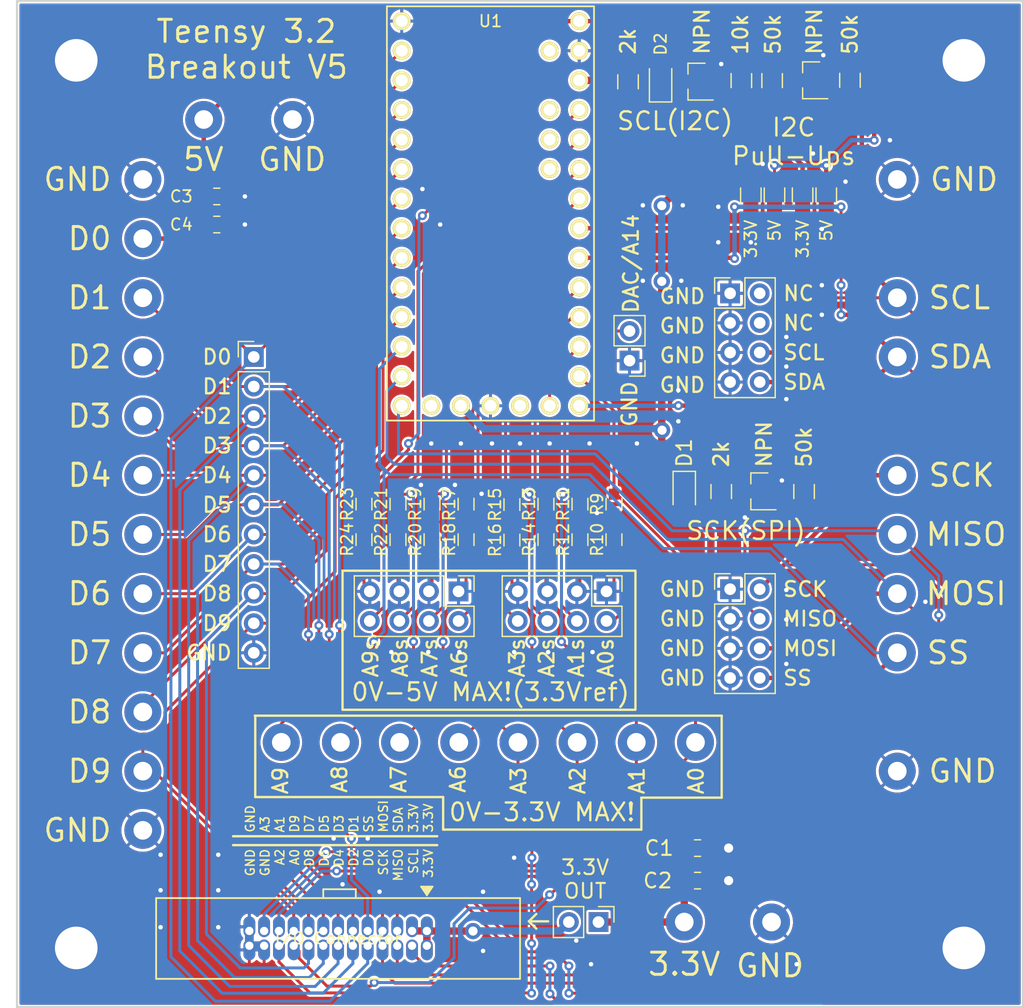
<source format=kicad_pcb>
(kicad_pcb (version 20211014) (generator pcbnew)
  (layers (0 "F.Cu" signal) (31 "B.Cu" signal) (34 "B.Paste" user) (35 "F.Paste" user) (36 "B.SilkS" user "B.Silkscreen") (37 "F.SilkS" user "F.Silkscreen") (38 "B.Mask" user) (39 "F.Mask" user) (44 "Edge.Cuts" user))
  (net 0 "")
  (net 1 "GND")
  (net 2 "SCL")
  (net 3 "SDA")
  (net 4 "+3.3V")
  (net 5 "Net-(D1-Pad1)")
  (net 6 "Net-(D2-Pad1)")
  (net 7 "MISO")
  (net 8 "SCK")
  (net 9 "MOSI")
  (net 10 "Net-(Q3-Pad2)")
  (net 11 "D0")
  (net 12 "D1")
  (net 13 "D2")
  (net 14 "D3")
  (net 15 "D4")
  (net 16 "D9")
  (net 17 "D8")
  (net 18 "D7")
  (net 19 "D6")
  (net 20 "D5")
  (net 21 "SS")
  (net 22 "Net-(D2-Pad2)")
  (net 23 "Net-(Q1-Pad2)")
  (net 24 "Net-(Q2-Pad3)")
  (net 25 "Net-(Q2-Pad2)")
  (net 26 "Net-(Q3-Pad3)")
  (net 27 "A1")
  (net 28 "A2")
  (net 29 "A0")
  (net 30 "A7")
  (net 31 "A6")
  (net 32 "A3")
  (net 33 "+3.3V_OUT")
  (net 36 "A3s")
  (net 37 "A2s")
  (net 38 "A1s")
  (net 39 "A0s")
  (net 40 "A9s")
  (net 41 "A8s")
  (net 42 "A7s")
  (net 43 "A6s")
  (net 44 "A8")
  (net 45 "A9")
  (net 48 "DAC_OUT")
  (net 53 "5V")
  (footprint "LED_SMD:LED_0805_2012Metric_Pad1.15x1.40mm_HandSolder" (layer "F.Cu") (at 135.382 100.0125 -90)
    (fp_text reference "D1")
    (fp_text value "LED")
  )
  (footprint "Rays Footprints:2N3904-SOT-23" (layer "F.Cu") (at 136.462199 64.694099 180)
    (fp_text reference "Q1" hide)
    (fp_text value "2N3904")
  )
  (footprint "Rays Footprints:R_0805_HandSoldering" (layer "F.Cu") (at 138.557 99.8855 90)
    (fp_text reference "R3" hide)
    (fp_text value "2k")
  )
  (footprint "Rays Footprints:R_0805_HandSoldering" (layer "F.Cu") (at 145.669 99.8855 -90)
    (fp_text reference "R8" hide)
    (fp_text value "50k")
  )
  (footprint "Rays Footprints:R_0805_HandSoldering" (layer "F.Cu") (at 140.2842 64.6049 -90)
    (fp_text reference "R6" hide)
    (fp_text value "10k")
  )
  (footprint "Rays Footprints:Mount-Hole-#6" (layer "F.Cu") (at 83.185 139.065)
    (fp_text reference "MTH2" hide)
    (fp_text value "Mount Hole")
  )
  (footprint "Rays Footprints:Keystone-5005" (layer "F.Cu") (at 135.382 136.8425 90)
    (fp_text reference "J24" hide)
    (fp_text value "Keystone")
  )
  (footprint "LED_SMD:LED_0805_2012Metric_Pad1.15x1.40mm_HandSolder" (layer "F.Cu") (at 133.35 64.5795 90)
    (fp_text reference "D2")
    (fp_text value "LED")
  )
  (footprint "Rays Footprints:Keystone-5005" (layer "F.Cu") (at 142.875 136.8425 90)
    (fp_text reference "J25" hide)
    (fp_text value "Keystone")
  )
  (footprint "Rays Footprints:R_0805_HandSoldering" (layer "F.Cu") (at 145.542 74.422 90)
    (fp_text reference "R4" hide)
    (fp_text value "4.7k")
  )
  (footprint "Rays Footprints:teensy3.2" (layer "F.Cu") (at 111.125 59.4995 -90)
    (fp_text reference "U1")
    (fp_text value "teensy3.2")
  )
  (footprint "Rays Footprints:Keystone-5005" (layer "F.Cu") (at 153.67 98.4885)
    (fp_text reference "J5" hide)
    (fp_text value "Keystone")
  )
  (footprint "Rays Footprints:Keystone-5005" (layer "F.Cu") (at 153.67 88.3285)
    (fp_text reference "J18" hide)
    (fp_text value "Keystone")
  )
  (footprint "Rays Footprints:Keystone-5005" (layer "F.Cu") (at 153.67 83.2485)
    (fp_text reference "J20" hide)
    (fp_text value "Keystone")
  )
  (footprint "Rays Footprints:Keystone-5005" (layer "F.Cu") (at 153.67 108.6485)
    (fp_text reference "J2" hide)
    (fp_text value "Keystone")
  )
  (footprint "Rays Footprints:Keystone-5005" (layer "F.Cu") (at 153.67 103.5685)
    (fp_text reference "J3" hide)
    (fp_text value "Keystone")
  )
  (footprint "Rays Footprints:Keystone-5005" (layer "F.Cu") (at 88.9 123.8885)
    (fp_text reference "J4" hide)
    (fp_text value "Keystone")
  )
  (footprint "Rays Footprints:Keystone-5005" (layer "F.Cu") (at 88.9 118.8085)
    (fp_text reference "J6" hide)
    (fp_text value "Keystone")
  )
  (footprint "Rays Footprints:Keystone-5005" (layer "F.Cu") (at 88.9 113.7285)
    (fp_text reference "J8" hide)
    (fp_text value "Keystone")
  )
  (footprint "Rays Footprints:Keystone-5005" (layer "F.Cu") (at 88.9 108.6485)
    (fp_text reference "J11" hide)
    (fp_text value "Keystone")
  )
  (footprint "Rays Footprints:Keystone-5005" (layer "F.Cu") (at 88.9 103.5685)
    (fp_text reference "J15" hide)
    (fp_text value "Keystone")
  )
  (footprint "Rays Footprints:Keystone-5005" (layer "F.Cu") (at 88.9 98.4885)
    (fp_text reference "J17" hide)
    (fp_text value "Keystone")
  )
  (footprint "Rays Footprints:Keystone-5005" (layer "F.Cu") (at 88.9 93.4085)
    (fp_text reference "J19" hide)
    (fp_text value "Keystone")
  )
  (footprint "Rays Footprints:Keystone-5005" (layer "F.Cu") (at 88.9 88.3285)
    (fp_text reference "J21" hide)
    (fp_text value "Keystone")
  )
  (footprint "Rays Footprints:Keystone-5005" (layer "F.Cu") (at 88.9 83.2485)
    (fp_text reference "J22" hide)
    (fp_text value "Keystone")
  )
  (footprint "Rays Footprints:Keystone-5005" (layer "F.Cu") (at 88.9 78.1685)
    (fp_text reference "J23" hide)
    (fp_text value "Keystone")
  )
  (footprint "Rays Footprints:C_0805_HandSoldering" (layer "F.Cu") (at 136.525 130.4925)
    (fp_text reference "C1")
    (fp_text value "100n")
  )
  (footprint "Rays Footprints:C_0805_HandSoldering" (layer "F.Cu") (at 136.525 133.2865)
    (fp_text reference "C2")
    (fp_text value "10uF")
  )
  (footprint "Rays Footprints:R_0805_HandSoldering" (layer "F.Cu") (at 141.097 74.422 90)
    (fp_text reference "R5" hide)
    (fp_text value "4.7k")
  )
  (footprint "Rays Footprints:R_0805_HandSoldering" (layer "F.Cu") (at 130.556 64.7065 -90)
    (fp_text reference "R1" hide)
    (fp_text value "2k")
  )
  (footprint "Rays Footprints:R_0805_HandSoldering" (layer "F.Cu") (at 142.9258 64.6049 90)
    (fp_text reference "R2" hide)
    (fp_text value "50k")
  )
  (footprint "Rays Footprints:2N3904-SOT-23" (layer "F.Cu") (at 146.304 64.5795 180)
    (fp_text reference "Q2" hide)
    (fp_text value "2N3904")
  )
  (footprint "Rays Footprints:2N3904-SOT-23" (layer "F.Cu") (at 141.859 99.866501 180)
    (fp_text reference "Q3" hide)
    (fp_text value "2N3904")
  )
  (footprint "Rays Footprints:Conn_Samtech_EHF-113-01-L-D" (layer "F.Cu") (at 113.284 137.6045 180)
    (fp_text reference "J14" hide)
    (fp_text value "I/O Connector")
  )
  (footprint "Rays Footprints:Keystone-5005" (layer "F.Cu") (at 88.9 128.9685)
    (fp_text reference "J26" hide)
    (fp_text value "Keystone")
  )
  (footprint "Rays Footprints:Keystone-5005" (layer "F.Cu") (at 153.67 73.0885)
    (fp_text reference "J28" hide)
    (fp_text value "Keystone")
  )
  (footprint "Rays Footprints:Keystone-5005" (layer "F.Cu") (at 88.9 73.0885)
    (fp_text reference "J29" hide)
    (fp_text value "Keystone")
  )
  (footprint "Rays Footprints:Mount-Hole-#6" (layer "F.Cu") (at 83.185 62.865)
    (fp_text reference "MTH1" hide)
    (fp_text value "Mount Hole")
  )
  (footprint "Rays Footprints:Mount-Hole-#6" (layer "F.Cu") (at 159.385 139.065)
    (fp_text reference "MTH4" hide)
    (fp_text value "Mount Hole")
  )
  (footprint "Rays Footprints:Mount-Hole-#6" (layer "F.Cu") (at 159.385 62.865)
    (fp_text reference "MTH3" hide)
    (fp_text value "Mount Hole")
  )
  (footprint "Rays Footprints:Keystone-5005" (layer "F.Cu") (at 153.67 123.8885)
    (fp_text reference "J27" hide)
    (fp_text value "Keystone")
  )
  (footprint "Rays Footprints:Keystone-5005" (layer "F.Cu") (at 153.67 113.7285)
    (fp_text reference "J1" hide)
    (fp_text value "Keystone")
  )
  (footprint "Rays Footprints:R_0805_HandSoldering" (layer "F.Cu") (at 149.606 64.5795 90)
    (fp_text reference "R7" hide)
    (fp_text value "50k")
  )
  (footprint "Connector_PinHeader_2.54mm:PinHeader_2x04_P2.54mm_Vertical" (layer "F.Cu") (at 139.319 82.8675)
    (fp_text reference "J33" hide)
    (fp_text value "I/O Connector")
  )
  (footprint "Connector_PinHeader_2.54mm:PinHeader_2x04_P2.54mm_Vertical" (layer "F.Cu") (at 139.319 108.2675)
    (fp_text reference "J32" hide)
    (fp_text value "I/O Connector")
  )
  (footprint "Connector_PinHeader_2.54mm:PinHeader_1x11_P2.54mm_Vertical" (layer "F.Cu") (at 98.425 88.3285)
    (fp_text reference "J10" hide)
    (fp_text value "I/O Connector")
  )
  (footprint "Connector_PinHeader_2.54mm:PinHeader_1x02_P2.54mm_Vertical" (layer "F.Cu") (at 128.016 136.8425 -90)
    (fp_text reference "J34" hide)
    (fp_text value "3.3V Jumper")
  )
  (footprint "Rays Footprints:R_0603_HandSoldering" (layer "F.Cu") (at 107.8865 104.013 90)
    (fp_text reference "R24")
    (fp_text value "50k")
  )
  (footprint "Connector_PinHeader_2.54mm:PinHeader_2x04_P2.54mm_Vertical" (layer "F.Cu") (at 128.7045 108.453 -90)
    (fp_text reference "J35" hide)
    (fp_text value "I/O Connector")
  )
  (footprint "Rays Footprints:Keystone-5005" (layer "F.Cu") (at 100.7872 121.412 90)
    (fp_text reference "J37" hide)
    (fp_text value "Keystone")
  )
  (footprint "Rays Footprints:Keystone-5005" (layer "F.Cu") (at 110.9472 121.412 90)
    (fp_text reference "J31" hide)
    (fp_text value "Keystone")
  )
  (footprint "Rays Footprints:C_0805_HandSoldering" (layer "F.Cu") (at 95.25 74.549)
    (fp_text reference "C3")
    (fp_text value "100n")
  )
  (footprint "Rays Footprints:R_0603_HandSoldering" (layer "F.Cu") (at 116.6495 100.965 90)
    (fp_text reference "R17")
    (fp_text value "50k")
  )
  (footprint "Rays Footprints:Keystone-5005" (layer "F.Cu") (at 136.3472 121.412 90)
    (fp_text reference "J7" hide)
    (fp_text value "Keystone")
  )
  (footprint "Rays Footprints:R_0603_HandSoldering" (layer "F.Cu") (at 110.8075 100.965 90)
    (fp_text reference "R21")
    (fp_text value "50k")
  )
  (footprint "Rays Footprints:R_0603_HandSoldering" (layer "F.Cu") (at 113.7285 104.013 90)
    (fp_text reference "R20")
    (fp_text value "50k")
  )
  (footprint "Rays Footprints:Keystone-5005" (layer "F.Cu") (at 101.75 67.945 90)
    (fp_text reference "J39" hide)
    (fp_text value "Keystone")
  )
  (footprint "Rays Footprints:R_0805_HandSoldering" (layer "F.Cu") (at 143.129 74.422 90)
    (fp_text reference "R25" hide)
    (fp_text value "4.7k")
  )
  (footprint "Rays Footprints:R_0603_HandSoldering" (layer "F.Cu") (at 120.5865 104.052 90)
    (fp_text reference "R16")
    (fp_text value "50k")
  )
  (footprint "Rays Footprints:R_0603_HandSoldering" (layer "F.Cu") (at 129.3495 104.013 90)
    (fp_text reference "R10")
    (fp_text value "50k")
  )
  (footprint "Rays Footprints:R_0603_HandSoldering" (layer "F.Cu") (at 116.6495 104.013 90)
    (fp_text reference "R18")
    (fp_text value "50k")
  )
  (footprint "Rays Footprints:Keystone-5005" (layer "F.Cu") (at 121.1072 121.412 90)
    (fp_text reference "J16" hide)
    (fp_text value "Keystone")
  )
  (footprint "Rays Footprints:Keystone-5005" (layer "F.Cu") (at 94.13 67.945 90)
    (fp_text reference "J38" hide)
    (fp_text value "Keystone")
  )
  (footprint "Rays Footprints:R_0603_HandSoldering" (layer "F.Cu") (at 110.8075 104.013 90)
    (fp_text reference "R22")
    (fp_text value "50k")
  )
  (footprint "Rays Footprints:R_0805_HandSoldering" (layer "F.Cu") (at 147.574 74.422 90)
    (fp_text reference "R26" hide)
    (fp_text value "4.7k")
  )
  (footprint "Connector_PinHeader_2.54mm:PinHeader_2x04_P2.54mm_Vertical" (layer "F.Cu") (at 116.0045 108.453 -90)
    (fp_text reference "J36" hide)
    (fp_text value "I/O Connector")
  )
  (footprint "Rays Footprints:Keystone-5005" (layer "F.Cu") (at 105.8672 121.412 90)
    (fp_text reference "J12" hide)
    (fp_text value "Keystone")
  )
  (footprint "Rays Footprints:R_0603_HandSoldering" (layer "F.Cu") (at 123.5075 104.013 90)
    (fp_text reference "R14")
    (fp_text value "50k")
  )
  (footprint "Rays Footprints:R_0603_HandSoldering" (layer "F.Cu") (at 126.4285 104.013 90)
    (fp_text reference "R12")
    (fp_text value "50k")
  )
  (footprint "Rays Footprints:Keystone-5005" (layer "F.Cu") (at 131.2672 121.412 90)
    (fp_text reference "J9" hide)
    (fp_text value "Keystone")
  )
  (footprint "Rays Footprints:R_0603_HandSoldering" (layer "F.Cu") (at 120.5865 101.004 90)
    (fp_text reference "R15")
    (fp_text value "50k")
  )
  (footprint "Rays Footprints:R_0603_HandSoldering" (layer "F.Cu") (at 107.8865 100.965 90)
    (fp_text reference "R23")
    (fp_text value "50k")
  )
  (footprint "Rays Footprints:Keystone-5005" (layer "F.Cu") (at 116.0272 121.412 90)
    (fp_text reference "J30" hide)
    (fp_text value "Keystone")
  )
  (footprint "Rays Footprints:Keystone-5005" (layer "F.Cu") (at 126.1872 121.412 90)
    (fp_text reference "J13" hide)
    (fp_text value "Keystone")
  )
  (footprint "Rays Footprints:R_0603_HandSoldering" (layer "F.Cu") (at 129.3495 100.965 90)
    (fp_text reference "R9")
    (fp_text value "50k")
  )
  (footprint "Rays Footprints:R_0603_HandSoldering" (layer "F.Cu") (at 123.5075 100.965 90)
    (fp_text reference "R13")
    (fp_text value "50k")
  )
  (footprint "Rays Footprints:R_0603_HandSoldering" (layer "F.Cu") (at 126.4285 100.965 90)
    (fp_text reference "R11")
    (fp_text value "50k")
  )
  (footprint "Connector_PinHeader_2.54mm:PinHeader_1x02_P2.54mm_Vertical" (layer "F.Cu") (at 130.683 88.646 180)
    (fp_text reference "J40" hide)
    (fp_text value "DAC OUT")
  )
  (footprint "Rays Footprints:C_0805_HandSoldering" (layer "F.Cu") (at 95.25 76.962)
    (fp_text reference "C4")
    (fp_text value "10uF")
  )
  (footprint "Rays Footprints:R_0603_HandSoldering" (layer "F.Cu") (at 113.7285 100.965 90)
    (fp_text reference "R19")
    (fp_text value "50k")
  )
  (gr_line (start 114.173 129.4765) (end 96.647 129.4765) (layer "F.SilkS") (width 0.2032))
  (gr_line (start 114.173 130.2385) (end 96.647 130.2385) (layer "F.SilkS") (width 0.2032))
  (gr_line (start 98.552 126.111) (end 98.552 119.126) (layer "F.SilkS") (width 0.2032))
  (gr_line (start 138.5951 119.126) (end 138.5951 126.1618) (layer "F.SilkS") (width 0.2032))
  (gr_rect (start 106.045 106.68) (end 131.191 118.618) (layer "F.SilkS") (width 0.2032) (fill none))
  (gr_line (start 114.681 128.905) (end 114.681 126.111) (layer "F.SilkS") (width 0.2032))
  (gr_line (start 131.699 128.905) (end 114.681 128.905) (layer "F.SilkS") (width 0.2032))
  (gr_line (start 114.681 126.111) (end 98.552 126.111) (layer "F.SilkS") (width 0.2032))
  (gr_line (start 131.699 126.1618) (end 131.699 128.905) (layer "F.SilkS") (width 0.2032))
  (gr_line (start 98.5139 119.126) (end 138.5951 119.126) (layer "F.SilkS") (width 0.2032))
  (gr_line (start 138.5951 126.1618) (end 131.699 126.1618) (layer "F.SilkS") (width 0.2032))
  (gr_line (start 122.047 136.779) (end 122.682 137.414) (layer "F.SilkS") (width 0.2032))
  (gr_line (start 122.047 136.779) (end 122.682 136.144) (layer "F.SilkS") (width 0.2032))
  (gr_line (start 123.698 136.779) (end 122.047 136.779) (layer "F.SilkS") (width 0.2032))
  (gr_line (start 78.105 57.785) (end 78.105 144.145) (layer "Edge.Cuts") (width 0.2))
  (gr_line (start 164.465 144.145) (end 164.465 57.785) (layer "Edge.Cuts") (width 0.2))
  (gr_line (start 78.105 144.145) (end 164.465 144.145) (layer "Edge.Cuts") (width 0.2))
  (gr_line (start 164.465 57.785) (end 78.105 57.785) (layer "Edge.Cuts") (width 0.2))
  (gr_text "SCK" (at 156.21 98.4885) (layer "F.SilkS") (effects (font (size 1.905 1.905) (thickness 0.254)) (justify left)))
  (gr_text "SCL(I2C)" (at 139.7 68.072) (layer "F.SilkS") (effects (font (size 1.524 1.524) (thickness 0.2032)) (justify right)))
  (gr_text "SCK(SPI)" (at 145.923 103.251) (layer "F.SilkS") (effects (font (size 1.524 1.524) (thickness 0.2032)) (justify right)))
  (gr_text "3.3V" (at 135.382 140.462) (layer "F.SilkS") (effects (font (size 1.905 1.905) (thickness 0.254))))
  (gr_text "GND" (at 142.748 140.589) (layer "F.SilkS") (effects (font (size 1.905 1.905) (thickness 0.254))))
  (gr_text "Teensy 3.2\nBreakout V5" (at 97.79 61.9125) (layer "F.SilkS") (effects (font (size 1.905 1.905) (thickness 0.254))))
  (gr_text "SCL" (at 156.21 83.2485) (layer "F.SilkS") (effects (font (size 1.905 1.905) (thickness 0.254)) (justify left)))
  (gr_text "MISO" (at 163.195 103.5685) (layer "F.SilkS") (effects (font (size 1.905 1.905) (thickness 0.254)) (justify right)))
  (gr_text "SDA" (at 156.21 88.3285) (layer "F.SilkS") (effects (font (size 1.905 1.905) (thickness 0.254)) (justify left)))
  (gr_text "SS" (at 160.02 113.7285) (layer "F.SilkS") (effects (font (size 1.905 1.905) (thickness 0.254)) (justify right)))
  (gr_text "D9" (at 86.36 123.8885) (layer "F.SilkS") (effects (font (size 1.905 1.905) (thickness 0.254)) (justify right)))
  (gr_text "D8" (at 86.36 118.8085) (layer "F.SilkS") (effects (font (size 1.905 1.905) (thickness 0.254)) (justify right)))
  (gr_text "D7" (at 86.36 113.7285) (layer "F.SilkS") (effects (font (size 1.905 1.905) (thickness 0.254)) (justify right)))
  (gr_text "D6" (at 86.36 108.6485) (layer "F.SilkS") (effects (font (size 1.905 1.905) (thickness 0.254)) (justify right)))
  (gr_text "D5" (at 86.36 103.5685) (layer "F.SilkS") (effects (font (size 1.905 1.905) (thickness 0.254)) (justify right)))
  (gr_text "D4" (at 86.36 98.4885) (layer "F.SilkS") (effects (font (size 1.905 1.905) (thickness 0.254)) (justify right)))
  (gr_text "D3" (at 86.36 93.4085) (layer "F.SilkS") (effects (font (size 1.905 1.905) (thickness 0.254)) (justify right)))
  (gr_text "D2" (at 86.36 88.3285) (layer "F.SilkS") (effects (font (size 1.905 1.905) (thickness 0.254)) (justify right)))
  (gr_text "D1" (at 86.36 83.2485) (layer "F.SilkS") (effects (font (size 1.905 1.905) (thickness 0.254)) (justify right)))
  (gr_text "D0" (at 86.36 78.1685) (layer "F.SilkS") (effects (font (size 1.905 1.905) (thickness 0.254)) (justify right)))
  (gr_text "SCK" (at 143.764 108.2675) (layer "F.SilkS") (effects (font (size 1.27 1.27) (thickness 0.2032)) (justify left)))
  (gr_text "A0s" (at 128.651 115.951 90) (layer "F.SilkS") (effects (font (size 1.27 1.27) (thickness 0.2032)) (justify left)))
  (gr_text "A1s" (at 126.111 115.951 90) (layer "F.SilkS") (effects (font (size 1.27 1.27) (thickness 0.2032)) (justify left)))
  (gr_text "A2s" (at 123.571 115.951 90) (layer "F.SilkS") (effects (font (size 1.27 1.27) (thickness 0.2032)) (justify left)))
  (gr_text "A3s" (at 121.031 115.951 90) (layer "F.SilkS") (effects (font (size 1.27 1.27) (thickness 0.2032)) (justify left)))
  (gr_text "SDA" (at 143.764 90.4875) (layer "F.SilkS") (effects (font (size 1.27 1.27) (thickness 0.2032)) (justify left)))
  (gr_text "SCL" (at 143.764 87.9475) (layer "F.SilkS") (effects (font (size 1.27 1.27) (thickness 0.2032)) (justify left)))
  (gr_text "D0" (at 96.647 88.3285) (layer "F.SilkS") (effects (font (size 1.27 1.27) (thickness 0.2032)) (justify right)))
  (gr_text "D1" (at 96.647 90.8685) (layer "F.SilkS") (effects (font (size 1.27 1.27) (thickness 0.2032)) (justify right)))
  (gr_text "D2" (at 96.647 93.4085) (layer "F.SilkS") (effects (font (size 1.27 1.27) (thickness 0.2032)) (justify right)))
  (gr_text "D3" (at 96.647 95.9485) (layer "F.SilkS") (effects (font (size 1.27 1.27) (thickness 0.2032)) (justify right)))
  (gr_text "D4" (at 96.647 98.4885) (layer "F.SilkS") (effects (font (size 1.27 1.27) (thickness 0.2032)) (justify right)))
  (gr_text "D5" (at 96.647 101.0285) (layer "F.SilkS") (effects (font (size 1.27 1.27) (thickness 0.2032)) (justify right)))
  (gr_text "D6" (at 96.647 103.5685) (layer "F.SilkS") (effects (font (size 1.27 1.27) (thickness 0.2032)) (justify right)))
  (gr_text "D7" (at 96.647 106.1085) (layer "F.SilkS") (effects (font (size 1.27 1.27) (thickness 0.2032)) (justify right)))
  (gr_text "D8" (at 96.647 108.6485) (layer "F.SilkS") (effects (font (size 1.27 1.27) (thickness 0.2032)) (justify right)))
  (gr_text "D9" (at 96.647 111.1885) (layer "F.SilkS") (effects (font (size 1.27 1.27) (thickness 0.2032)) (justify right)))
  (gr_text "GND" (at 156.21 123.8885) (layer "F.SilkS") (effects (font (size 1.905 1.905) (thickness 0.254)) (justify left)))
  (gr_text "GND" (at 86.36 128.9685) (layer "F.SilkS") (effects (font (size 1.905 1.905) (thickness 0.254)) (justify right)))
  (gr_text "GND" (at 156.337 73.0885) (layer "F.SilkS") (effects (font (size 1.905 1.905) (thickness 0.254)) (justify left)))
  (gr_text "GND" (at 86.36 73.0885) (layer "F.SilkS") (effects (font (size 1.905 1.905) (thickness 0.254)) (justify right)))
  (gr_text "MOSI" (at 163.195 108.6485) (layer "F.SilkS") (effects (font (size 1.905 1.905) (thickness 0.254)) (justify right)))
  (gr_text "MISO" (at 143.764 110.8075) (layer "F.SilkS") (effects (font (size 1.27 1.27) (thickness 0.2032)) (justify left)))
  (gr_text "MOSI" (at 143.764 113.3475) (layer "F.SilkS") (effects (font (size 1.27 1.27) (thickness 0.2032)) (justify left)))
  (gr_text "SS" (at 143.764 115.8875) (layer "F.SilkS") (effects (font (size 1.27 1.27) (thickness 0.2032)) (justify left)))
  (gr_text "I2C\nPull-Ups" (at 144.78 69.85) (layer "F.SilkS") (effects (font (size 1.524 1.524) (thickness 0.2032))))
  (gr_text "3.3V" (at 113.411 129.2225 90) (layer "F.SilkS") (effects (font (size 0.762 0.762) (thickness 0.127)) (justify left)))
  (gr_text "3.3V" (at 113.411 130.4925 90) (layer "F.SilkS") (effects (font (size 0.762 0.762) (thickness 0.127)) (justify right)))
  (gr_text "3.3V" (at 112.141 129.2225 90) (layer "F.SilkS") (effects (font (size 0.762 0.762) (thickness 0.127)) (justify left)))
  (gr_text "SCL" (at 112.141 130.4925 90) (layer "F.SilkS") (effects (font (size 0.762 0.762) (thickness 0.127)) (justify right)))
  (gr_text "MISO" (at 110.8202 130.4925 90) (layer "F.SilkS") (effects (font (size 0.762 0.762) (thickness 0.127)) (justify right)))
  (gr_text "SDA" (at 110.8202 129.2225 90) (layer "F.SilkS") (effects (font (size 0.762 0.762) (thickness 0.127)) (justify left)))
  (gr_text "MOSI" (at 109.5502 129.2225 90) (layer "F.SilkS") (effects (font (size 0.762 0.762) (thickness 0.127)) (justify left)))
  (gr_text "SCK" (at 109.5502 130.4925 90) (layer "F.SilkS") (effects (font (size 0.762 0.762) (thickness 0.127)) (justify right)))
  (gr_text "D0" (at 108.2802 130.4925 90) (layer "F.SilkS") (effects (font (size 0.762 0.762) (thickness 0.127)) (justify right)))
  (gr_text "SS" (at 108.2802 129.2225 90) (layer "F.SilkS") (effects (font (size 0.762 0.762) (thickness 0.127)) (justify left)))
  (gr_text "D2" (at 107.0102 130.4925 90) (layer "F.SilkS") (effects (font (size 0.762 0.762) (thickness 0.127)) (justify right)))
  (gr_text "D4" (at 105.7402 130.4925 90) (layer "F.SilkS") (effects (font (size 0.762 0.762) (thickness 0.127)) (justify right)))
  (gr_text "D1" (at 107.0102 129.2225 90) (layer "F.SilkS") (effects (font (size 0.762 0.762) (thickness 0.127)) (justify left)))
  (gr_text "D3" (at 105.7402 129.2225 90) (layer "F.SilkS") (effects (font (size 0.762 0.762) (thickness 0.127)) (justify left)))
  (gr_text "D5" (at 104.4702 129.2225 90) (layer "F.SilkS") (effects (font (size 0.762 0.762) (thickness 0.127)) (justify left)))
  (gr_text "D7" (at 103.2002 129.2225 90) (layer "F.SilkS") (effects (font (size 0.762 0.762) (thickness 0.127)) (justify left)))
  (gr_text "D6" (at 104.4702 130.4925 90) (layer "F.SilkS") (effects (font (size 0.762 0.762) (thickness 0.127)) (justify right)))
  (gr_text "D8" (at 103.2002 130.4925 90) (layer "F.SilkS") (effects (font (size 0.762 0.762) (thickness 0.127)) (justify right)))
  (gr_text "A0" (at 101.9302 130.4925 90) (layer "F.SilkS") (effects (font (size 0.762 0.762) (thickness 0.127)) (justify right)))
  (gr_text "A2" (at 100.6602 130.4925 90) (layer "F.SilkS") (effects (font (size 0.762 0.762) (thickness 0.127)) (justify right)))
  (gr_text "D9" (at 101.9302 129.2225 90) (layer "F.SilkS") (effects (font (size 0.762 0.762) (thickness 0.127)) (justify left)))
  (gr_text "A1" (at 100.6602 129.2225 90) (layer "F.SilkS") (effects (font (size 0.762 0.762) (thickness 0.127)) (justify left)))
  (gr_text "A3" (at 99.3902 129.2225 90) (layer "F.SilkS") (effects (font (size 0.762 0.762) (thickness 0.127)) (justify left)))
  (gr_text "GND" (at 99.3902 130.4925 90) (layer "F.SilkS") (effects (font (size 0.762 0.762) (thickness 0.127)) (justify right)))
  (gr_text "GND" (at 98.1202 130.4925 90) (layer "F.SilkS") (effects (font (size 0.762 0.762) (thickness 0.127)) (justify right)))
  (gr_text "GND" (at 98.1202 129.2225 90) (layer "F.SilkS") (effects (font (size 0.762 0.762) (thickness 0.127)) (justify left)))
  (gr_text "GND" (at 96.647 113.7285) (layer "F.SilkS") (effects (font (size 1.27 1.27) (thickness 0.2032)) (justify right)))
  (gr_text "GND" (at 137.287 115.8875) (layer "F.SilkS") (effects (font (size 1.27 1.27) (thickness 0.2032)) (justify right)))
  (gr_text "GND" (at 137.287 113.3475) (layer "F.SilkS") (effects (font (size 1.27 1.27) (thickness 0.2032)) (justify right)))
  (gr_text "GND" (at 137.287 110.8075) (layer "F.SilkS") (effects (font (size 1.27 1.27) (thickness 0.2032)) (justify right)))
  (gr_text "GND" (at 137.287 108.2675) (layer "F.SilkS") (effects (font (size 1.27 1.27) (thickness 0.2032)) (justify right)))
  (gr_text "GND" (at 137.287 90.7415) (layer "F.SilkS") (effects (font (size 1.27 1.27) (thickness 0.2032)) (justify right)))
  (gr_text "GND" (at 137.287 83.1215) (layer "F.SilkS") (effects (font (size 1.27 1.27) (thickness 0.2032)) (justify right)))
  (gr_text "GND" (at 137.287 88.2015) (layer "F.SilkS") (effects (font (size 1.27 1.27) (thickness 0.2032)) (justify right)))
  (gr_text "GND" (at 137.287 85.6615) (layer "F.SilkS") (effects (font (size 1.27 1.27) (thickness 0.2032)) (justify right)))
  (gr_text "3.3V" (at 126.873 132.1435) (layer "F.SilkS") (effects (font (size 1.27 1.27) (thickness 0.1778))))
  (gr_text "OUT" (at 126.873 134.1755) (layer "F.SilkS") (effects (font (size 1.27 1.27) (thickness 0.1778))))
  (gr_text "3.3V" (at 141.097 76.454 90) (layer "F.SilkS") (effects (font (size 1.016 1.016) (thickness 0.1524)) (justify right)))
  (gr_text "50k" (at 143.002 62.484 90) (layer "F.SilkS") (effects (font (size 1.27 1.27) (thickness 0.2032)) (justify left)))
  (gr_text "2k" (at 138.557 97.917 90) (layer "F.SilkS") (effects (font (size 1.27 1.27) (thickness 0.2032)) (justify left)))
  (gr_text "A2" (at 126.238 125.984 90) (layer "F.SilkS") (effects (font (size 1.27 1.27) (thickness 0.2032)) (justify left)))
  (gr_text "0V-5V MAX!(3.3Vref)" (at 106.68 117.094) (layer "F.SilkS") (effects (font (size 1.524 1.524) (thickness 0.2032)) (justify left)))
  (gr_text "3.3V" (at 145.542 76.454 90) (layer "F.SilkS") (effects (font (size 1.016 1.016) (thickness 0.1524)) (justify right)))
  (gr_text "NPN" (at 136.906 62.484 90) (layer "F.SilkS") (effects (font (size 1.27 1.27) (thickness 0.2032)) (justify left)))
  (gr_text "0V-3.3V MAX!" (at 115.062 127.4064) (layer "F.SilkS") (effects (font (size 1.524 1.524) (thickness 0.2032)) (justify left)))
  (gr_text "A8" (at 105.791 125.857 90) (layer "F.SilkS") (effects (font (size 1.27 1.27) (thickness 0.2032)) (justify left)))
  (gr_text "NPN" (at 142.24 97.917 90) (layer "F.SilkS") (effects (font (size 1.27 1.27) (thickness 0.2032)) (justify left)))
  (gr_text "A9s" (at 108.458 115.951 90) (layer "F.SilkS") (effects (font (size 1.27 1.27) (thickness 0.2032)) (justify left)))
  (gr_text "NPN" (at 146.558 62.484 90) (layer "F.SilkS") (effects (font (size 1.27 1.27) (thickness 0.2032)) (justify left)))
  (gr_text "A7s" (at 113.538 115.951 90) (layer "F.SilkS") (effects (font (size 1.27 1.27) (thickness 0.2032)) (justify left)))
  (gr_text "A1" (at 131.318 125.984 90) (layer "F.SilkS") (effects (font (size 1.27 1.27) (thickness 0.2032)) (justify left)))
  (gr_text "2k" (at 130.556 62.484 90) (layer "F.SilkS") (effects (font (size 1.27 1.27) (thickness 0.2032)) (justify left)))
  (gr_text "A8s" (at 110.998 115.951 90) (layer "F.SilkS") (effects (font (size 1.27 1.27) (thickness 0.2032)) (justify left)))
  (gr_text "NC" (at 143.764 85.4075) (layer "F.SilkS") (effects (font (size 1.27 1.27) (thickness 0.2032)) (justify left)))
  (gr_text "DAC/A14" (at 130.81 75.946 90) (layer "F.SilkS") (effects (font (size 1.27 1.27) (thickness 0.2032)) (justify right)))
  (gr_text "NC" (at 143.764 82.8675) (layer "F.SilkS") (effects (font (size 1.27 1.27) (thickness 0.2032)) (justify left)))
  (gr_text "5V" (at 147.574 76.454 90) (layer "F.SilkS") (effects (font (size 1.016 1.016) (thickness 0.1524)) (justify right)))
  (gr_text "A6" (at 115.951 125.857 90) (layer "F.SilkS") (effects (font (size 1.27 1.27) (thickness 0.2032)) (justify left)))
  (gr_text "A6s" (at 116.078 115.951 90) (layer "F.SilkS") (effects (font (size 1.27 1.27) (thickness 0.2032)) (justify left)))
  (gr_text "GND" (at 101.727 71.374) (layer "F.SilkS") (effects (font (size 1.905 1.905) (thickness 0.254))))
  (gr_text "50k" (at 145.669 97.917 90) (layer "F.SilkS") (effects (font (size 1.27 1.27) (thickness 0.2032)) (justify left)))
  (gr_text "A3" (at 121.158 125.984 90) (layer "F.SilkS") (effects (font (size 1.27 1.27) (thickness 0.2032)) (justify left)))
  (gr_text "5V" (at 143.129 76.454 90) (layer "F.SilkS") (effects (font (size 1.016 1.016) (thickness 0.1524)) (justify right)))
  (gr_text "A9" (at 100.711 125.984 90) (layer "F.SilkS") (effects (font (size 1.27 1.27) (thickness 0.2032)) (justify left)))
  (gr_text "5V" (at 94.107 71.374) (layer "F.SilkS") (effects (font (size 1.905 1.905) (thickness 0.254))))
  (gr_text "A0" (at 136.398 125.984 90) (layer "F.SilkS") (effects (font (size 1.27 1.27) (thickness 0.2032)) (justify left)))
  (gr_text "A7" (at 110.871 125.857 90) (layer "F.SilkS") (effects (font (size 1.27 1.27) (thickness 0.2032)) (justify left)))
  (gr_text "10k" (at 140.208 62.484 90) (layer "F.SilkS") (effects (font (size 1.27 1.27) (thickness 0.2032)) (justify left)))
  (gr_text "50k" (at 149.606 62.484 90) (layer "F.SilkS") (effects (font (size 1.27 1.27) (thickness 0.2032)) (justify left)))
  (gr_text "GND" (at 130.683 90.297 90) (layer "F.SilkS") (effects (font (size 1.27 1.27) (thickness 0.2032)) (justify right)))
  (segment (start 95.377 137.287) (end 90.424 137.287) (width 0.254) (layer "F.Cu") (net 1))
  (segment (start 120.5865 105.156) (end 120.5865 107.955) (width 0.254) (layer "F.Cu") (net 1))
  (segment (start 129.3495 107.808) (end 128.7045 108.453) (width 0.254) (layer "F.Cu") (net 1))
  (segment (start 137.995401 63.744099) (end 138.557 63.1825) (width 0.381) (layer "F.Cu") (net 1))
  (segment (start 137.668 130.4925) (end 139.192 130.4925) (width 0.762) (layer "F.Cu") (net 1))
  (segment (start 107.8865 107.955) (end 108.3845 108.453) (width 0.254) (layer "F.Cu") (net 1))
  (segment (start 147.304 62.4365) (end 147.32 62.4205) (width 0.508) (layer "F.Cu") (net 1))
  (segment (start 95.377 134.112) (end 90.424 134.112) (width 0.254) (layer "F.Cu") (net 1))
  (segment (start 110.8075 105.117) (end 110.8075 108.336) (width 0.254) (layer "F.Cu") (net 1))
  (segment (start 96.393 76.962) (end 97.663 76.962) (width 0.254) (layer "F.Cu") (net 1))
  (segment (start 90.424 131.064) (end 95.377 131.064) (width 0.254) (layer "F.Cu") (net 1))
  (segment (start 143.747501 98.916501) (end 142.859 98.916501) (width 0.508) (layer "F.Cu") (net 1))
  (segment (start 123.5075 105.117) (end 123.5075 108.336) (width 0.254) (layer "F.Cu") (net 1))
  (segment (start 113.7285 108.189) (end 113.4645 108.453) (width 0.254) (layer "F.Cu") (net 1))
  (segment (start 120.5865 107.955) (end 121.0845 108.453) (width 0.254) (layer "F.Cu") (net 1))
  (segment (start 126.4285 105.117) (end 126.4285 108.189) (width 0.254) (layer "F.Cu") (net 1))
  (segment (start 126.4285 108.189) (end 126.1645 108.453) (width 0.254) (layer "F.Cu") (net 1))
  (segment (start 123.5075 108.336) (end 123.6245 108.453) (width 0.254) (layer "F.Cu") (net 1))
  (segment (start 110.8075 108.336) (end 110.9245 108.453) (width 0.254) (layer "F.Cu") (net 1))
  (segment (start 147.304 63.6295) (end 147.304 62.4365) (width 0.381) (layer "F.Cu") (net 1))
  (segment (start 113.7285 105.117) (end 113.7285 108.189) (width 0.254) (layer "F.Cu") (net 1))
  (segment (start 129.3495 105.117) (end 129.3495 107.808) (width 0.254) (layer "F.Cu") (net 1))
  (segment (start 137.462199 63.744099) (end 137.995401 63.744099) (width 0.381) (layer "F.Cu") (net 1))
  (segment (start 96.393 74.549) (end 97.663 74.549) (width 0.254) (layer "F.Cu") (net 1))
  (segment (start 137.668 133.2865) (end 139.192 133.2865) (width 0.762) (layer "F.Cu") (net 1))
  (segment (start 116.6495 107.808) (end 116.0045 108.453) (width 0.254) (layer "F.Cu") (net 1))
  (segment (start 143.764 98.933) (end 143.747501 98.916501) (width 0.508) (layer "F.Cu") (net 1))
  (segment (start 107.8865 105.117) (end 107.8865 107.955) (width 0.254) (layer "F.Cu") (net 1))
  (segment (start 116.6495 105.117) (end 116.6495 107.808) (width 0.254) (layer "F.Cu") (net 1))
  (via (at 105.283 129.667) (size 0.762) (drill 0.381) (layers "F.Cu" "B.Cu") (net 1))
  (via (at 147.193 84.709) (size 0.762) (drill 0.381) (layers "F.Cu" "B.Cu") (net 1))
  (via (at 114.427 76.962) (size 0.762) (drill 0.381) (layers "F.Cu" "B.Cu") (net 1))
  (via (at 144.145 114.681) (size 0.762) (drill 0.381) (layers "F.Cu" "B.Cu") (net 1))
  (via (at 147.193 82.169) (size 0.762) (drill 0.381) (layers "F.Cu" "B.Cu") (net 1))
  (via (at 115.697 99.314) (size 0.762) (drill 0.381) (layers "F.Cu" "B.Cu") (net 1))
  (via (at 116.205 95.758) (size 0.762) (drill 0.381) (layers "F.Cu" "B.Cu") (net 1))
  (via (at 123.698 113.665) (size 0.762) (drill 0.381) (layers "F.Cu" "B.Cu") (net 1))
  (via (at 144.145 86.614) (size 0.762) (drill 0.381) (layers "F.Cu" "B.Cu") (net 1))
  (via (at 141.097 78.486) (size 0.762) (drill 0.381) (layers "F.Cu" "B.Cu") (net 1))
  (via (at 113.665 95.758) (size 0.762) (drill 0.381) (layers "F.Cu" "B.Cu") (net 1))
  (via (at 112.903 73.914) (size 0.762) (drill 0.381) (layers "F.Cu" "B.Cu") (net 1))
  (via (at 138.303 78.486) (size 0.762) (drill 0.381) (layers "F.Cu" "B.Cu") (net 1))
  (via (at 110.236 113.665) (size 0.762) (drill 0.381) (layers "F.Cu" "B.Cu") (net 1))
  (via (at 95.377 137.287) (size 0.762) (drill 0.381) (layers "F.Cu" "B.Cu") (net 1))
  (via (at 126.111 138.43) (size 0.762) (drill 0.381) (layers "F.Cu" "B.Cu") (net 1))
  (via (at 120.777 113.665) (size 0.762) (drill 0.381) (layers "F.Cu" "B.Cu") (net 1))
  (via (at 149.225 73.279) (size 0.762) (drill 0.381) (layers "F.Cu" "B.Cu") (net 1))
  (via (at 127.889 101.727) (size 0.762) (drill 0.381) (layers "F.Cu" "B.Cu") (net 1))
  (via (at 118.11 139.319) (size 0.762) (drill 0.381) (layers "F.Cu" "B.Cu") (net 1))
  (via (at 118.872 95.758) (size 0.762) (drill 0.381) (layers "F.Cu" "B.Cu") (net 1))
  (via (at 127.508 113.665) (size 0.762) (drill 0.381) (layers "F.Cu" "B.Cu") (net 1))
  (via (at 139.192 133.2865) (size 1.397) (drill 0.7874) (layers "F.Cu" "B.Cu") (net 1))
  (via (at 106.045 133.604) (size 0.762) (drill 0.381) (layers "F.Cu" "B.Cu") (net 1))
  (via (at 95.377 131.064) (size 0.762) (drill 0.381) (layers "F.Cu" "B.Cu") (net 1))
  (via (at 90.424 137.287) (size 0.762) (drill 0.381) (layers "F.Cu" "B.Cu") (net 1))
  (via (at 109.22 134.239) (size 0.762) (drill 0.381) (layers "F.Cu" "B.Cu") (net 1))
  (via (at 121.285 95.758) (size 0.762) (drill 0.381) (layers "F.Cu" "B.Cu") (net 1))
  (via (at 144.145 110.871) (size 0.762) (drill 0.381) (layers "F.Cu" "B.Cu") (net 1))
  (via (at 134.874 93.853) (size 0.762) (drill 0.381) (layers "F.Cu" "B.Cu") (net 1))
  (via (at 146.431 70.866) (size 0.762) (drill 0.381) (layers "F.Cu" "B.Cu") (net 1))
  (via (at 123.825 95.758) (size 0.762) (drill 0.381) (layers "F.Cu" "B.Cu") (net 1))
  (via (at 118.11 134.239) (size 0.762) (drill 0.381) (layers "F.Cu" "B.Cu") (net 1))
  (via (at 116.078 113.665) (size 0.762) (drill 0.381) (layers "F.Cu" "B.Cu") (net 1))
  (via (at 138.303 75.438) (size 0.762) (drill 0.381) (layers "F.Cu" "B.Cu") (net 1))
  (via (at 97.663 76.962) (size 0.762) (drill 0.381) (layers "F.Cu" "B.Cu") (net 1))
  (via (at 140.589 102.108) (size 0.762) (drill 0.381) (layers "F.Cu" "B.Cu") (net 1))
  (via (at 153.035 69.723) (size 0.762) (drill 0.381) (layers "F.Cu" "B.Cu") (net 1))
  (via (at 117.983 100.076) (size 0.762) (drill 0.381) (layers "F.Cu" "B.Cu") (net 1))
  (via (at 135.128 81.788) (size 0.762) (drill 0.381) (layers "F.Cu" "B.Cu") (net 1))
  (via (at 145.034 140.462) (size 0.762) (drill 0.381) (layers "F.Cu" "B.Cu") (net 1))
  (via (at 90.424 134.112) (size 0.762) (drill 0.381) (layers "F.Cu" "B.Cu") (net 1))
  (via (at 120.777 131.318) (size 0.762) (drill 0.381) (layers "F.Cu" "B.Cu") (net 1))
  (via (at 156.083 109.347) (size 0.762) (drill 0.381) (layers "F.Cu" "B.Cu") (net 1))
  (via (at 143.764 98.933) (size 0.762) (drill 0.381) (layers "F.Cu" "B.Cu") (net 1))
  (via (at 113.411 113.665) (size 0.762) (drill 0.381) (layers "F.Cu" "B.Cu") (net 1))
  (via (at 131.318 95.758) (size 0.762) (drill 0.381) (layers "F.Cu" "B.Cu") (net 1))
  (via (at 135.255 75.311) (size 0.762) (drill 0.381) (layers "F.Cu" "B.Cu") (net 1))
  (via (at 108.204 129.667) (size 0.762) (drill 0.381) (layers "F.Cu" "B.Cu") (net 1))
  (via (at 90.424 131.064) (size 0.762) (drill 0.381) (layers "F.Cu" "B.Cu") (net 1))
  (via (at 127.254 95.758) (size 0.762) (drill 0.381) (layers "F.Cu" "B.Cu") (net 1))
  (via (at 144.145 91.948) (size 0.762) (drill 0.381) (layers "F.Cu" "B.Cu") (net 1))
  (via (at 112.776 99.314) (size 0.762) (drill 0.381) (layers "F.Cu" "B.Cu") (net 1))
  (via (at 127.381 140.462) (size 0.762) (drill 0.381) (layers "F.Cu" "B.Cu") (net 1))
  (via (at 139.192 130.4925) (size 1.397) (drill 0.7874) (layers "F.Cu" "B.Cu") (net 1))
  (via (at 134.874 91.186) (size 0.762) (drill 0.381) (layers "F.Cu" "B.Cu") (net 1))
  (via (at 97.663 74.549) (size 0.762) (drill 0.381) (layers "F.Cu" "B.Cu") (net 1))
  (via (at 131.826 75.311) (size 0.762) (drill 0.381) (layers "F.Cu" "B.Cu") (net 1))
  (via (at 95.377 134.112) (size 0.762) (drill 0.381) (layers "F.Cu" "B.Cu") (net 1))
  (via (at 138.557 63.1825) (size 0.762) (drill 0.381) (layers "F.Cu" "B.Cu") (net 1))
  (via (at 147.32 62.4205) (size 0.762) (drill 0.381) (layers "F.Cu" "B.Cu") (net 1))
  (via (at 144.145 89.154) (size 0.762) (drill 0.381) (layers "F.Cu" "B.Cu") (net 1))
  (via (at 147.193 77.343) (size 0.762) (drill 0.381) (layers "F.Cu" "B.Cu") (net 1))
  (via (at 144.145 108.331) (size 0.762) (drill 0.381) (layers "F.Cu" "B.Cu") (net 1))
  (via (at 131.826 81.788) (size 0.762) (drill 0.381) (layers "F.Cu" "B.Cu") (net 1))
  (via (at 142.113 71.755) (size 0.762) (drill 0.381) (layers "F.Cu" "B.Cu") (net 1))
  (segment (start 99.314 138.8745) (end 98.044 138.8745) (width 0.762) (layer "B.Cu") (net 1))
  (segment (start 98.044 137.6045) (end 98.044 138.8745) (width 0.762) (layer "B.Cu") (net 1))
  (segment (start 146.8628 143.6624) (end 160.274 130.2512) (width 0.254) (layer "F.Cu") (net 2))
  (segment (start 145.542 75.572) (end 145.542 83.185) (width 0.381) (layer "F.Cu") (net 2))
  (segment (start 153.67 83.2485) (end 150.622 80.2005) (width 0.381) (layer "F.Cu") (net 2))
  (segment (start 160.274 130.2512) (end 160.274 89.8525) (width 0.254) (layer "F.Cu") (net 2))
  (segment (start 145.542 83.185) (end 145.542 87.9475) (width 0.381) (layer "F.Cu") (net 2))
  (segment (start 126.365 77.2795) (end 145.542 77.2795) (width 0.381) (layer "F.Cu") (net 2))
  (segment (start 143.129 75.572) (end 145.542 75.572) (width 0.254) (layer "F.Cu") (net 2))
  (segment (start 145.542 87.9475) (end 141.859 87.9475) (width 0.381) (layer "F.Cu") (net 2))
  (segment (start 123.8504 143.002) (end 124.5108 143.6624) (width 0.254) (layer "F.Cu") (net 2))
  (segment (start 112.014 138.8745) (end 112.014 139.489893) (width 0.254) (layer "F.Cu") (net 2))
  (segment (start 112.014 139.489893) (end 113.138507 140.6144) (width 0.254) (layer "F.Cu") (net 2))
  (segment (start 113.138507 140.6144) (end 123.8504 140.6144) (width 0.254) (layer "F.Cu") (net 2))
  (segment (start 150.622 80.2005) (end 150.622 66.7455) (width 0.381) (layer "F.Cu") (net 2))
  (segment (start 124.5108 143.6624) (end 146.8628 143.6624) (width 0.254) (layer "F.Cu") (net 2))
  (segment (start 160.274 89.8525) (end 153.67 83.2485) (width 0.254) (layer "F.Cu") (net 2))
  (segment (start 153.67 83.2485) (end 145.6055 83.2485) (width 0.254) (layer "F.Cu") (net 2))
  (segment (start 145.542 77.2795) (end 145.542 75.572) (width 0.381) (layer "F.Cu") (net 2))
  (segment (start 150.622 66.7455) (end 149.606 65.7295) (width 0.381) (layer "F.Cu") (net 2))
  (segment (start 145.6055 83.2485) (end 145.542 83.185) (width 0.254) (layer "F.Cu") (net 2))
  (via (at 123.8504 140.6144) (size 0.762) (drill 0.381) (layers "F.Cu" "B.Cu") (net 2))
  (via (at 123.8504 143.002) (size 0.762) (drill 0.381) (layers "F.Cu" "B.Cu") (net 2))
  (segment (start 123.8504 143.002) (end 123.8504 140.6144) (width 0.254) (layer "B.Cu") (net 2))
  (segment (start 121.13212 139.92812) (end 116.4844 135.2804) (width 0.254) (layer "F.Cu") (net 3))
  (segment (start 146.6596 142.9512) (end 159.258 130.3528) (width 0.254) (layer "F.Cu") (net 3))
  (segment (start 139.7 75.438) (end 140.963 75.438) (width 0.254) (layer "F.Cu") (net 3))
  (segment (start 111.4044 135.2804) (end 110.744 135.9408) (width 0.254) (layer "F.Cu") (net 3))
  (segment (start 110.744 135.9408) (end 110.744 137.6045) (width 0.254) (layer "F.Cu") (net 3))
  (segment (start 125.476 142.9512) (end 146.6596 142.9512) (width 0.254) (layer "F.Cu") (net 3))
  (segment (start 125.476 140.6144) (end 124.78972 139.92812) (width 0.254) (layer "F.Cu") (net 3))
  (segment (start 124.78972 139.92812) (end 121.13212 139.92812) (width 0.254) (layer "F.Cu") (net 3))
  (segment (start 116.4844 135.2804) (end 111.4044 135.2804) (width 0.254) (layer "F.Cu") (net 3))
  (segment (start 139.6365 79.8195) (end 126.365 79.8195) (width 0.381) (layer "F.Cu") (net 3))
  (segment (start 141.859 90.4875) (end 151.511 90.4875) (width 0.381) (layer "F.Cu") (net 3))
  (segment (start 148.844 82.169) (end 148.844 75.438) (width 0.254) (layer "F.Cu") (net 3))
  (segment (start 139.7 79.883) (end 139.6365 79.8195) (width 0.381) (layer "F.Cu") (net 3))
  (segment (start 148.844 75.438) (end 147.708 75.438) (width 0.254) (layer "F.Cu") (net 3))
  (segment (start 140.963 75.438) (end 141.097 75.572) (width 0.254) (layer "F.Cu") (net 3))
  (segment (start 151.511 90.4875) (end 153.67 88.3285) (width 0.381) (layer "F.Cu") (net 3))
  (segment (start 148.844 84.709) (end 150.0505 84.709) (width 0.381) (layer "F.Cu") (net 3))
  (segment (start 147.708 75.438) (end 147.574 75.572) (width 0.254) (layer "F.Cu") (net 3))
  (segment (start 159.409919 103.975759) (end 159.409919 94.068419) (width 0.254) (layer "F.Cu") (net 3))
  (segment (start 150.0505 84.709) (end 153.67 88.3285) (width 0.381) (layer "F.Cu") (net 3))
  (segment (start 159.258 104.127678) (end 159.409919 103.975759) (width 0.254) (layer "F.Cu") (net 3))
  (segment (start 159.258 130.3528) (end 159.258 104.127678) (width 0.254) (layer "F.Cu") (net 3))
  (segment (start 159.409919 94.068419) (end 153.67 88.3285) (width 0.254) (layer "F.Cu") (net 3))
  (via (at 139.7 75.438) (size 0.762) (drill 0.381) (layers "F.Cu" "B.Cu") (net 3))
  (via (at 125.476 142.9512) (size 0.762) (drill 0.381) (layers "F.Cu" "B.Cu") (net 3))
  (via (at 139.7 79.883) (size 0.762) (drill 0.381) (layers "F.Cu" "B.Cu") (net 3))
  (via (at 148.844 75.438) (size 0.762) (drill 0.381) (layers "F.Cu" "B.Cu") (net 3))
  (via (at 125.476 140.6144) (size 0.762) (drill 0.381) (layers "F.Cu" "B.Cu") (net 3))
  (via (at 148.844 84.709) (size 0.762) (drill 0.381) (layers "F.Cu" "B.Cu") (net 3))
  (via (at 148.844 82.169) (size 0.762) (drill 0.381) (layers "F.Cu" "B.Cu") (net 3))
  (segment (start 139.7 79.883) (end 139.7 75.438) (width 0.381) (layer "B.Cu") (net 3))
  (segment (start 125.476 142.9512) (end 125.476 140.6144) (width 0.254) (layer "B.Cu") (net 3))
  (segment (start 148.844 82.169) (end 148.844 84.709) (width 0.254) (layer "B.Cu") (net 3))
  (segment (start 139.7 75.438) (end 148.844 75.438) (width 0.381) (layer "B.Cu") (net 3))
  (segment (start 134.4385 101.0375) (end 135.382 101.0375) (width 0.635) (layer "F.Cu") (net 4))
  (segment (start 135.382 137.4775) (end 135.382 133.2865) (width 0.635) (layer "F.Cu") (net 4))
  (segment (start 144.526 70.866) (end 145.542 71.882) (width 0.381) (layer "F.Cu") (net 4))
  (segment (start 145.542 71.882) (end 145.542 73.272) (width 0.381) (layer "F.Cu") (net 4))
  (segment (start 141.097 70.866) (end 141.097 68.326) (width 0.635) (layer "F.Cu") (net 4))
  (segment (start 127.7055 64.5865) (end 128.9755 65.8565) (width 0.635) (layer "F.Cu") (net 4))
  (segment (start 137.668 116.713) (end 139.192 118.237) (width 0.635) (layer "F.Cu") (net 4))
  (segment (start 141.6812 68.2625) (end 141.0716 68.2625) (width 0.381) (layer "F.Cu") (net 4))
  (segment (start 141.097 70.866) (end 144.526 70.866) (width 0.381) (layer "F.Cu") (net 4))
  (segment (start 133.4516 100.0506) (end 134.4385 101.0375) (width 0.635) (layer "F.Cu") (net 4))
  (segment (start 133.4516 81.8388) (end 133.4516 100.0506) (width 0.635) (layer "F.Cu") (net 4))
  (segment (start 139.192 125.6665) (end 135.382 129.4765) (width 0.635) (layer "F.Cu") (net 4))
  (segment (start 141.097 73.272) (end 141.097 70.866) (width 0.635) (layer "F.Cu") (net 4))
  (segment (start 135.516 73.272) (end 141.097 73.272) (width 0.635) (layer "F.Cu") (net 4))
  (segment (start 141.097 68.326) (end 141.1605 68.2625) (width 0.635) (layer "F.Cu") (net 4))
  (segment (start 135.382 101.0375) (end 137.668 103.3235) (width 0.635) (layer "F.Cu") (net 4))
  (segment (start 133.4516 75.3364) (end 135.516 73.272) (width 0.635) (layer "F.Cu") (net 4))
  (segment (start 141.1605 68.2625) (end 130.556 68.2625) (width 0.635) (layer "F.Cu") (net 4))
  (segment (start 142.9385 67.0052) (end 141.6812 68.2625) (width 0.381) (layer "F.Cu") (net 4))
  (segment (start 130.556 68.2625) (end 130.556 65.8565) (width 0.635) (layer "F.Cu") (net 4))
  (segment (start 126.372 64.5865) (end 127.7055 64.5865) (width 0.635) (layer "F.Cu") (net 4))
  (segment (start 126.365 64.5795) (end 126.372 64.5865) (width 0.635) (layer "F.Cu") (net 4))
  (segment (start 128.9755 65.8565) (end 130.556 65.8565) (width 0.635) (layer "F.Cu") (net 4))
  (segment (start 137.668 103.3235) (end 137.668 116.713) (width 0.635) (layer "F.Cu") (net 4))
  (segment (start 135.382 133.2865) (end 135.382 129.4765) (width 0.635) (layer "F.Cu") (net 4))
  (segment (start 142.9258 65.7549) (end 142.9258 67.0052) (width 0.381) (layer "F.Cu") (net 4))
  (segment (start 139.192 118.237) (end 139.192 125.6665) (width 0.635) (layer "F.Cu") (net 4))
  (segment (start 128.016 136.8425) (end 135.382 136.8425) (width 0.635) (layer "F.Cu") (net 4))
  (via (at 133.4516 75.3364) (size 1.397) (drill 0.7874) (layers "F.Cu" "B.Cu") (net 4))
  (via (at 133.477 94.615) (size 1.397) (drill 0.7874) (layers "F.Cu" "B.Cu") (net 4))
  (via (at 133.4516 81.8388) (size 1.397) (drill 0.7874) (layers "F.Cu" "B.Cu") (net 4))
  (segment (start 133.477 94.488) (end 118.1735 94.488) (width 0.635) (layer "B.Cu") (net 4))
  (segment (start 133.4516 81.8388) (end 133.4516 75.3364) (width 0.635) (layer "B.Cu") (net 4))
  (segment (start 118.1735 94.488) (end 116.205 92.5195) (width 0.635) (layer "B.Cu") (net 4))
  (segment (start 138.305 98.9875) (end 138.557 98.7355) (width 0.381) (layer "F.Cu") (net 5))
  (segment (start 135.382 98.9875) (end 138.305 98.9875) (width 0.381) (layer "F.Cu") (net 5))
  (segment (start 134.551798 65.6045) (end 135.462199 64.694099) (width 0.381) (layer "F.Cu") (net 6))
  (segment (start 133.35 65.6045) (end 134.551798 65.6045) (width 0.381) (layer "F.Cu") (net 6))
  (segment (start 146.2024 141.3764) (end 157.226 130.3528) (width 0.254) (layer "F.Cu") (net 7))
  (segment (start 111.6299 141.3764) (end 146.2024 141.3764) (width 0.254) (layer "F.Cu") (net 7))
  (segment (start 140.589 109.5375) (end 141.859 110.8075) (width 0.254) (layer "F.Cu") (net 7))
  (segment (start 157.226 130.3528) (end 157.226 110.49) (width 0.254) (layer "F.Cu") (net 7))
  (segment (start 140.589 103.251) (end 140.589 109.5375) (width 0.254) (layer "F.Cu") (net 7))
  (segment (start 110.744 139.5095) (end 110.744 140.4905) (width 0.254) (layer "F.Cu") (net 7))
  (segment (start 110.744 140.4905) (end 111.6299 141.3764) (width 0.254) (layer "F.Cu") (net 7))
  (via (at 157.226 110.49) (size 0.762) (drill 0.381) (layers "F.Cu" "B.Cu") (net 7))
  (via (at 140.589 103.251) (size 0.762) (drill 0.381) (layers "F.Cu" "B.Cu") (net 7))
  (segment (start 157.226 110.49) (end 157.226 107.1245) (width 0.254) (layer "B.Cu") (net 7))
  (segment (start 153.3525 103.251) (end 153.67 103.5685) (width 0.254) (layer "B.Cu") (net 7))
  (segment (start 127.74081 96.647) (end 134.34481 103.251) (width 0.254) (layer "B.Cu") (net 7))
  (segment (start 110.8456 96.6216) (end 110.871 96.647) (width 0.254) (layer "B.Cu") (net 7))
  (segment (start 111.125 92.5195) (end 110.8456 92.7989) (width 0.254) (layer "B.Cu") (net 7))
  (segment (start 110.871 96.647) (end 127.74081 96.647) (width 0.254) (layer "B.Cu") (net 7))
  (segment (start 134.34481 103.251) (end 153.3525 103.251) (width 0.254) (layer "B.Cu") (net 7))
  (segment (start 157.226 107.1245) (end 153.67 103.5685) (width 0.254) (layer "B.Cu") (net 7))
  (segment (start 110.8456 92.7989) (end 110.8456 96.6216) (width 0.254) (layer "B.Cu") (net 7))
  (segment (start 158.242 130.3528) (end 158.242 109.248696) (width 0.254) (layer "F.Cu") (net 8))
  (segment (start 141.859 108.2675) (end 151.638 98.4885) (width 0.381) (layer "F.Cu") (net 8))
  (segment (start 155.165304 106.172) (end 143.9545 106.172) (width 0.254) (layer "F.Cu") (net 8))
  (segment (start 151.765 98.4885) (end 153.67 98.4885) (width 0.381) (layer "F.Cu") (net 8))
  (segment (start 151.638 98.4885) (end 153.67 98.4885) (width 0.381) (layer "F.Cu") (net 8))
  (segment (start 109.474 138.8745) (end 109.474 141.0208) (width 0.254) (layer "F.Cu") (net 8))
  (segment (start 145.669 98.7355) (end 145.916 98.4885) (width 0.254) (layer "F.Cu") (net 8))
  (segment (start 158.242 109.248696) (end 155.165304 106.172) (width 0.254) (layer "F.Cu") (net 8))
  (segment (start 139.4403 92.5068) (end 145.669 98.7355) (width 0.381) (layer "F.Cu") (net 8))
  (segment (start 109.474 141.0208) (end 110.5408 142.0876) (width 0.254) (layer "F.Cu") (net 8))
  (segment (start 145.916 98.4885) (end 151.765 98.4885) (width 0.381) (layer "F.Cu") (net 8))
  (segment (start 146.5072 142.0876) (end 158.242 130.3528) (width 0.254) (layer "F.Cu") (net 8))
  (segment (start 110.5408 142.0876) (end 146.5072 142.0876) (width 0.254) (layer "F.Cu") (net 8))
  (segment (start 134.874 92.5068) (end 139.4403 92.5068) (width 0.381) (layer "F.Cu") (net 8))
  (via (at 134.874 92.5068) (size 0.762) (drill 0.381) (layers "F.Cu" "B.Cu") (net 8))
  (segment (start 134.8613 92.5195) (end 126.365 92.5195) (width 0.381) (layer "B.Cu") (net 8))
  (segment (start 134.874 92.5068) (end 134.8613 92.5195) (width 0.381) (layer "B.Cu") (net 8))
  (segment (start 121.5644 139.3952) (end 147.1676 139.3952) (width 0.254) (layer "F.Cu") (net 9))
  (segment (start 109.474 137.6045) (end 109.474 135.5725) (width 0.254) (layer "F.Cu") (net 9))
  (segment (start 116.7384 134.5692) (end 121.5644 139.3952) (width 0.254) (layer "F.Cu") (net 9))
  (segment (start 147.066 113.3475) (end 151.765 108.6485) (width 0.381) (layer "F.Cu") (net 9))
  (segment (start 141.859 113.3475) (end 147.066 113.3475) (width 0.381) (layer "F.Cu") (net 9))
  (segment (start 109.474 135.5725) (end 110.4773 134.5692) (width 0.254) (layer "F.Cu") (net 9))
  (segment (start 156.21 111.1885) (end 153.67 108.6485) (width 0.254) (layer "F.Cu") (net 9))
  (segment (start 156.21 130.3528) (end 156.21 111.1885) (width 0.254) (layer "F.Cu") (net 9))
  (segment (start 110.4773 134.5692) (end 116.7384 134.5692) (width 0.254) (layer "F.Cu") (net 9))
  (segment (start 147.1676 139.3952) (end 156.21 130.3528) (width 0.254) (layer "F.Cu") (net 9))
  (segment (start 151.765 108.6485) (end 153.67 108.6485) (width 0.381) (layer "F.Cu") (net 9))
  (segment (start 153.67 108.6485) (end 149.02132 103.99982) (width 0.254) (layer "B.Cu") (net 9))
  (segment (start 109.855 96.901) (end 109.855 91.2495) (width 0.254) (layer "B.Cu") (net 9))
  (segment (start 133.97182 103.99982) (end 127.508 97.536) (width 0.254) (layer "B.Cu") (net 9))
  (segment (start 110.49 97.536) (end 109.855 96.901) (width 0.254) (layer "B.Cu") (net 9))
  (segment (start 127.508 97.536) (end 110.49 97.536) (width 0.254) (layer "B.Cu") (net 9))
  (segment (start 149.02132 103.99982) (end 133.97182 103.99982) (width 0.254) (layer "B.Cu") (net 9))
  (segment (start 109.855 91.2495) (end 111.125 89.9795) (width 0.254) (layer "B.Cu") (net 9))
  (segment (start 143.077999 101.0355) (end 142.859 100.816501) (width 0.254) (layer "F.Cu") (net 10))
  (segment (start 145.669 101.0355) (end 143.077999 101.0355) (width 0.254) (layer "F.Cu") (net 10))
  (segment (start 90.805 78.1685) (end 90.805 80.7085) (width 0.254) (layer "F.Cu") (net 11))
  (segment (start 88.9 78.1685) (end 90.805 78.1685) (width 0.381) (layer "F.Cu") (net 11))
  (segment (start 102.87 70.2945) (end 111.125 62.0395) (width 0.254) (layer "F.Cu") (net 11))
  (segment (start 90.805 80.7085) (end 98.425 88.3285) (width 0.254) (layer "F.Cu") (net 11))
  (segment (start 98.425 88.3285) (end 102.87 83.8835) (width 0.254) (layer "F.Cu") (net 11))
  (segment (start 102.87 83.8835) (end 102.87 70.2945) (width 0.254) (layer "F.Cu") (net 11))
  (segment (start 98.425 88.3285) (end 91.313 95.4405) (width 0.254) (layer "B.Cu") (net 11))
  (segment (start 91.313 95.4405) (end 91.313 139.827) (width 0.254) (layer "B.Cu") (net 11))
  (segment (start 91.313 139.827) (end 95.123 143.637) (width 0.254) (layer "B.Cu") (net 11))
  (segment (start 104.9655 143.637) (end 108.204 140.3985) (width 0.254) (layer "B.Cu") (net 11))
  (segment (start 108.204 140.3985) (end 108.204 138.8745) (width 0.254) (layer "B.Cu") (net 11))
  (segment (start 95.123 143.637) (end 104.9655 143.637) (width 0.254) (layer "B.Cu") (net 11))
  (segment (start 98.171 127.101978) (end 98.171 121.19937) (width 0.254) (layer "F.Cu") (net 12))
  (segment (start 98.171 121.19937) (end 105.791 113.57937) (width 0.254) (layer "F.Cu") (net 12))
  (segment (start 103.632 72.0725) (end 103.632 88.8365) (width 0.254) (layer "F.Cu") (net 12))
  (segment (start 104.12682 132.95582) (end 104.024842 132.95582) (width 0.254) (layer "F.Cu") (net 12))
  (segment (start 106.934 137.6045) (end 106.934 135.763) (width 0.254) (layer "F.Cu") (net 12))
  (segment (start 101.6 90.8685) (end 96.52 90.8685) (width 0.254) (layer "F.Cu") (net 12))
  (segment (start 111.125 64.5795) (end 103.632 72.0725) (width 0.254) (layer "F.Cu") (net 12))
  (segment (start 106.934 135.763) (end 104.12682 132.95582) (width 0.254) (layer "F.Cu") (net 12))
  (segment (start 96.52 90.8685) (end 88.9 83.2485) (width 0.254) (layer "F.Cu") (net 12))
  (segment (start 104.024842 132.95582) (end 98.171 127.101978) (width 0.254) (layer "F.Cu") (net 12))
  (segment (start 105.791 113.57937) (end 105.791 111.379) (width 0.254) (layer "F.Cu") (net 12))
  (segment (start 103.632 88.8365) (end 101.6 90.8685) (width 0.254) (layer "F.Cu") (net 12))
  (via (at 105.791 111.379) (size 0.762) (drill 0.381) (layers "F.Cu" "B.Cu") (net 12))
  (segment (start 100.965 90.8685) (end 98.425 90.8685) (width 0.254) (layer "B.Cu") (net 12))
  (segment (start 105.791 95.6945) (end 100.965 90.8685) (width 0.254) (layer "B.Cu") (net 12))
  (segment (start 105.791 111.379) (end 105.791 95.6945) (width 0.254) (layer "B.Cu") (net 12))
  (segment (start 93.98 93.4085) (end 88.9 88.3285) (width 0.254) (layer "F.Cu") (net 13))
  (segment (start 111.125 67.1195) (end 104.394 73.8505) (width 0.254) (layer "F.Cu") (net 13))
  (segment (start 104.394 73.8505) (end 104.394 89.9795) (width 0.254) (layer "F.Cu") (net 13))
  (segment (start 104.394 89.9795) (end 100.965 93.4085) (width 0.254) (layer "F.Cu") (net 13))
  (segment (start 100.965 93.4085) (end 93.98 93.4085) (width 0.254) (layer "F.Cu") (net 13))
  (segment (start 95.70768 142.95168) (end 104.38082 142.95168) (width 0.254) (layer "B.Cu") (net 13))
  (segment (start 92.075 99.7585) (end 92.075 139.319) (width 0.254) (layer "B.Cu") (net 13))
  (segment (start 98.425 93.4085) (end 92.075 99.7585) (width 0.254) (layer "B.Cu") (net 13))
  (segment (start 92.075 139.319) (end 95.70768 142.95168) (width 0.254) (layer "B.Cu") (net 13))
  (segment (start 104.38082 142.95168) (end 106.934 140.3985) (width 0.254) (layer "B.Cu") (net 13))
  (segment (start 106.934 140.3985) (end 106.934 138.8745) (width 0.254) (layer "B.Cu") (net 13))
  (segment (start 100.965 95.9485) (end 91.44 95.9485) (width 0.254) (layer "F.Cu") (net 14))
  (segment (start 104.902 113.411) (end 97.409 120.904) (width 0.254) (layer "F.Cu") (net 14))
  (segment (start 97.409 120.904) (end 97.409 127.508) (width 0.254) (layer "F.Cu") (net 14))
  (segment (start 97.409 127.508) (end 105.664 135.763) (width 0.254) (layer "F.Cu") (net 14))
  (segment (start 105.664 135.763) (end 105.664 137.6045) (width 0.254) (layer "F.Cu") (net 14))
  (segment (start 91.44 95.9485) (end 88.9 93.4085) (width 0.254) (layer "F.Cu") (net 14))
  (segment (start 111.125 69.6595) (end 105.156 75.6285) (width 0.254) (layer "F.Cu") (net 14))
  (segment (start 105.156 75.6285) (end 105.156 91.7575) (width 0.254) (layer "F.Cu") (net 14))
  (segment (start 104.902 112.141) (end 104.902 113.411) (width 0.254) (layer "F.Cu") (net 14))
  (segment (start 105.156 91.7575) (end 100.965 95.9485) (width 0.254) (layer "F.Cu") (net 14))
  (via (at 104.902 112.141) (size 0.762) (drill 0.381) (layers "F.Cu" "B.Cu") (net 14))
  (segment (start 104.902 99.8855) (end 104.902 112.141) (width 0.254) (layer "B.Cu") (net 14))
  (segment (start 98.425 95.9485) (end 100.965 95.9485) (width 0.254) (layer "B.Cu") (net 14))
  (segment (start 100.965 95.9485) (end 104.902 99.8855) (width 0.254) (layer "B.Cu") (net 14))
  (segment (start 100.965 98.4885) (end 88.9 98.4885) (width 0.254) (layer "F.Cu") (net 15))
  (segment (start 105.918 77.4065) (end 105.918 93.5355) (width 0.254) (layer "F.Cu") (net 15))
  (segment (start 111.125 72.1995) (end 105.918 77.4065) (width 0.254) (layer "F.Cu") (net 15))
  (segment (start 105.918 93.5355) (end 100.965 98.4885) (width 0.254) (layer "F.Cu") (net 15))
  (segment (start 105.664 140.3985) (end 103.6955 142.367) (width 0.254) (layer "B.Cu") (net 15))
  (segment (start 96.36125 142.367) (end 92.837 138.84275) (width 0.254) (layer "B.Cu") (net 15))
  (segment (start 103.6955 142.367) (end 96.36125 142.367) (width 0.254) (layer "B.Cu") (net 15))
  (segment (start 92.837 138.84275) (end 92.837 104.0765) (width 0.254) (layer "B.Cu") (net 15))
  (segment (start 105.664 138.8745) (end 105.664 140.3985) (width 0.254) (layer "B.Cu") (net 15))
  (segment (start 92.837 104.0765) (end 98.425 98.4885) (width 0.254) (layer "B.Cu") (net 15))
  (segment (start 109.52432 96.34268) (end 105.41 100.457) (width 0.254) (layer "F.Cu") (net 16))
  (segment (start 98.425 111.1885) (end 90.791811 118.821689) (width 0.254) (layer "F.Cu") (net 16))
  (segment (start 90.791811 119.592115) (end 89.683615 120.700311) (width 0.254) (layer "F.Cu") (net 16))
  (segment (start 88.913189 120.700311) (end 88.9 120.7135) (width 0.254) (layer "F.Cu") (net 16))
  (segment (start 89.8525 123.8885) (end 101.854 135.89) (width 0.254) (layer "F.Cu") (net 16))
  (segment (start 105.41 100.457) (end 105.41 106.7435) (width 0.254) (layer "F.Cu") (net 16))
  (segment (start 105.41 106.7435) (end 100.965 111.1885) (width 0.254) (layer "F.Cu") (net 16))
  (segment (start 89.683615 120.700311) (end 88.913189 120.700311) (width 0.254) (layer "F.Cu") (net 16))
  (segment (start 109.52432 86.50018) (end 109.52432 96.34268) (width 0.254) (layer "F.Cu") (net 16))
  (segment (start 90.791811 118.821689) (end 90.791811 119.592115) (width 0.254) (layer "F.Cu") (net 16))
  (segment (start 88.9 123.8885) (end 89.8525 123.8885) (width 0.254) (layer "F.Cu") (net 16))
  (segment (start 100.965 111.1885) (end 98.425 111.1885) (width 0.254) (layer "F.Cu") (net 16))
  (segment (start 88.9 120.7135) (end 88.9 123.8885) (width 0.254) (layer "F.Cu") (net 16))
  (segment (start 111.125 84.8995) (end 109.52432 86.50018) (width 0.254) (layer "F.Cu") (net 16))
  (segment (start 101.854 135.89) (end 101.854 137.6045) (width 0.254) (layer "F.Cu") (net 16))
  (segment (start 88.9 118.1735) (end 88.9 118.8085) (width 0.254) (layer "F.Cu") (net 17))
  (segment (start 111.125 82.3595) (end 108.966 84.5185) (width 0.254) (layer "F.Cu") (net 17))
  (segment (start 108.966 95.885) (end 104.648 100.203) (width 0.254) (layer "F.Cu") (net 17))
  (segment (start 98.425 108.6485) (end 88.9 118.1735) (width 0.254) (layer "F.Cu") (net 17))
  (segment (start 108.966 84.5185) (end 108.966 95.885) (width 0.254) (layer "F.Cu") (net 17))
  (segment (start 104.648 100.203) (end 104.648 104.9655) (width 0.254) (layer "F.Cu") (net 17))
  (segment (start 104.648 104.9655) (end 100.965 108.6485) (width 0.254) (layer "F.Cu") (net 17))
  (segment (start 100.965 108.6485) (end 98.425 108.6485) (width 0.254) (layer "F.Cu") (net 17))
  (segment (start 98.425 108.6485) (end 94.361 112.7125) (width 0.254) (layer "B.Cu") (net 17))
  (segment (start 94.361 112.7125) (end 94.361 137.87025) (width 0.254) (layer "B.Cu") (net 17))
  (segment (start 97.27025 140.7795) (end 102.743 140.7795) (width 0.254) (layer "B.Cu") (net 17))
  (segment (start 102.743 140.7795) (end 103.124 140.3985) (width 0.254) (layer "B.Cu") (net 17))
  (segment (start 103.124 140.3985) (end 103.124 138.8745) (width 0.254) (layer "B.Cu") (net 17))
  (segment (start 94.361 137.87025) (end 97.27025 140.7795) (width 0.254) (layer "B.Cu") (net 17))
  (segment (start 108.204 95.504) (end 103.886 99.822) (width 0.254) (layer "F.Cu") (net 18))
  (segment (start 90.805 113.7285) (end 88.9 113.7285) (width 0.254) (layer "F.Cu") (net 18))
  (segment (start 95.885 128.651) (end 103.124 135.89) (width 0.254) (layer "F.Cu") (net 18))
  (segment (start 103.124 112.141) (end 103.124 113.201943) (width 0.254) (layer "F.Cu") (net 18))
  (segment (start 103.124 135.89) (end 103.124 137.6045) (width 0.254) (layer "F.Cu") (net 18))
  (segment (start 103.886 103.1875) (end 100.965 106.1085) (width 0.254) (layer "F.Cu") (net 18))
  (segment (start 103.886 99.822) (end 103.886 103.1875) (width 0.254) (layer "F.Cu") (net 18))
  (segment (start 108.204 82.7405) (end 108.204 95.504) (width 0.254) (layer "F.Cu") (net 18))
  (segment (start 111.125 79.8195) (end 108.204 82.7405) (width 0.254) (layer "F.Cu") (net 18))
  (segment (start 100.965 106.1085) (end 98.425 106.1085) (width 0.254) (layer "F.Cu") (net 18))
  (segment (start 98.425 106.1085) (end 90.805 113.7285) (width 0.254) (layer "F.Cu") (net 18))
  (segment (start 95.885 120.440943) (end 95.885 128.651) (width 0.254) (layer "F.Cu") (net 18))
  (segment (start 103.124 113.201943) (end 95.885 120.440943) (width 0.254) (layer "F.Cu") (net 18))
  (via (at 103.124 112.141) (size 0.762) (drill 0.381) (layers "F.Cu" "B.Cu") (net 18))
  (segment (start 103.124 108.712) (end 103.124 112.141) (width 0.254) (layer "B.Cu") (net 18))
  (segment (start 100.5205 106.1085) (end 103.124 108.712) (width 0.254) (layer "B.Cu") (net 18))
  (segment (start 98.425 106.1085) (end 100.5205 106.1085) (width 0.254) (layer "B.Cu") (net 18))
  (segment (start 111.125 77.2795) (end 107.442 80.9625) (width 0.254) (layer "F.Cu") (net 19))
  (segment (start 107.442 95.123) (end 103.124 99.441) (width 0.254) (layer "F.Cu") (net 19))
  (segment (start 103.124 101.4095) (end 100.965 103.5685) (width 0.254) (layer "F.Cu") (net 19))
  (segment (start 100.965 103.5685) (end 98.425 103.5685) (width 0.254) (layer "F.Cu") (net 19))
  (segment (start 98.425 103.5685) (end 93.345 108.6485) (width 0.254) (layer "F.Cu") (net 19))
  (segment (start 103.124 99.441) (end 103.124 101.4095) (width 0.254) (layer "F.Cu") (net 19))
  (segment (start 93.345 108.6485) (end 88.9 108.6485) (width 0.254) (layer "F.Cu") (net 19))
  (segment (start 107.442 80.9625) (end 107.442 95.123) (width 0.254) (layer "F.Cu") (net 19))
  (segment (start 104.394 140.3985) (end 104.394 138.8745) (width 0.254) (layer "B.Cu") (net 19))
  (segment (start 96.774 141.605) (end 103.1875 141.605) (width 0.254) (layer "B.Cu") (net 19))
  (segment (start 93.599 138.43) (end 96.774 141.605) (width 0.254) (layer "B.Cu") (net 19))
  (segment (start 98.425 103.5685) (end 93.599 108.3945) (width 0.254) (layer "B.Cu") (net 19))
  (segment (start 103.1875 141.605) (end 104.394 140.3985) (width 0.254) (layer "B.Cu") (net 19))
  (segment (start 93.599 108.3945) (end 93.599 138.43) (width 0.254) (layer "B.Cu") (net 19))
  (segment (start 98.425 101.0285) (end 95.0595 101.0285) (width 0.254) (layer "F.Cu") (net 20))
  (segment (start 96.647 128.143) (end 104.394 135.89) (width 0.254) (layer "F.Cu") (net 20))
  (segment (start 104.013 113.284) (end 96.647 120.65) (width 0.254) (layer "F.Cu") (net 20))
  (segment (start 96.647 120.65) (end 96.647 128.143) (width 0.254) (layer "F.Cu") (net 20))
  (segment (start 106.68 94.869) (end 100.5205 101.0285) (width 0.254) (layer "F.Cu") (net 20))
  (segment (start 100.5205 101.0285) (end 98.425 101.0285) (width 0.254) (layer "F.Cu") (net 20))
  (segment (start 106.68 79.1845) (end 106.68 94.869) (width 0.254) (layer "F.Cu") (net 20))
  (segment (start 104.013 111.379) (end 104.013 113.284) (width 0.254) (layer "F.Cu") (net 20))
  (segment (start 95.0595 101.0285) (end 92.5195 103.5685) (width 0.254) (layer "F.Cu") (net 20))
  (segment (start 104.394 135.89) (end 104.394 137.6045) (width 0.254) (layer "F.Cu") (net 20))
  (segment (start 111.125 74.7395) (end 106.68 79.1845) (width 0.254) (layer "F.Cu") (net 20))
  (segment (start 92.5195 103.5685) (end 88.9 103.5685) (width 0.254) (layer "F.Cu") (net 20))
  (via (at 104.013 111.379) (size 0.762) (drill 0.381) (layers "F.Cu" "B.Cu") (net 20))
  (segment (start 97.536 100.965) (end 100.9015 100.965) (width 0.254) (layer "B.Cu") (net 20))
  (segment (start 104.013 104.0765) (end 104.013 111.379) (width 0.254) (layer "B.Cu") (net 20))
  (segment (start 100.9015 100.965) (end 104.013 104.0765) (width 0.254) (layer "B.Cu") (net 20))
  (segment (start 103.378 126.238) (end 103.378 118.5545) (width 0.254) (layer "F.Cu") (net 21))
  (segment (start 151.511 115.8875) (end 141.859 115.8875) (width 0.381) (layer "F.Cu") (net 21))
  (segment (start 108.712 113.2205) (end 108.712 112.776) (width 0.254) (layer "F.Cu") (net 21))
  (segment (start 106.807 129.667) (end 103.378 126.238) (width 0.254) (layer "F.Cu") (net 21))
  (segment (start 153.67 113.7285) (end 151.511 115.8875) (width 0.381) (layer "F.Cu") (net 21))
  (segment (start 103.378 118.5545) (end 108.712 113.2205) (width 0.254) (layer "F.Cu") (net 21))
  (via (at 106.807 129.667) (size 0.762) (drill 0.381) (layers "F.Cu" "B.Cu") (net 21))
  (via (at 108.712 112.776) (size 0.762) (drill 0.381) (layers "F.Cu" "B.Cu") (net 21))
  (segment (start 108.712 112.776) (end 109.601 111.887) (width 0.254) (layer "B.Cu") (net 21))
  (segment (start 142.8115 104.775) (end 133.604 104.775) (width 0.254) (layer "B.Cu") (net 21))
  (segment (start 109.601 98.044) (end 109.22 97.663) (width 0.254) (layer "B.Cu") (net 21))
  (segment (start 108.204 137.6045) (end 108.204 134.6215) (width 0.254) (layer "B.Cu") (net 21))
  (segment (start 127.254 98.425) (end 110.109 98.425) (width 0.254) (layer "B.Cu") (net 21))
  (segment (start 110.109 98.425) (end 109.22 97.536) (width 0.254) (layer "B.Cu") (net 21))
  (segment (start 153.67 113.7285) (end 151.765 113.7285) (width 0.254) (layer "B.Cu") (net 21))
  (segment (start 108.204 134.6215) (end 106.807 133.2245) (width 0.254) (layer "B.Cu") (net 21))
  (segment (start 109.601 111.887) (end 109.601 98.044) (width 0.254) (layer "B.Cu") (net 21))
  (segment (start 133.604 104.775) (end 127.254 98.425) (width 0.254) (layer "B.Cu") (net 21))
  (segment (start 151.765 113.7285) (end 142.8115 104.775) (width 0.254) (layer "B.Cu") (net 21))
  (segment (start 106.807 133.2245) (end 106.807 129.667) (width 0.254) (layer "B.Cu") (net 21))
  (segment (start 109.22 97.536) (end 109.22 89.3445) (width 0.254) (layer "B.Cu") (net 21))
  (segment (start 109.22 89.3445) (end 111.125 87.4395) (width 0.254) (layer "B.Cu") (net 21))
  (segment (start 133.348 63.5565) (end 130.556 63.5565) (width 0.381) (layer "F.Cu") (net 22))
  (segment (start 137.462199 65.644099) (end 140.427399 65.644099) (width 0.381) (layer "F.Cu") (net 23))
  (segment (start 142.0876 63.4549) (end 140.2842 63.4549) (width 0.381) (layer "F.Cu") (net 24))
  (segment (start 142.9258 63.4549) (end 144.1794 63.4549) (width 0.381) (layer "F.Cu") (net 24))
  (segment (start 144.1794 63.4549) (end 145.304 64.5795) (width 0.381) (layer "F.Cu") (net 24))
  (segment (start 140.2842 63.4549) (end 142.9258 63.4549) (width 0.508) (layer "F.Cu") (net 24))
  (segment (start 149.606 63.4295) (end 147.506 65.5295) (width 0.381) (layer "F.Cu") (net 25))
  (segment (start 147.506 65.5295) (end 147.304 65.5295) (width 0.381) (layer "F.Cu") (net 25))
  (segment (start 139.690001 101.0355) (end 140.859 99.866501) (width 0.381) (layer "F.Cu") (net 26))
  (segment (start 138.557 101.0355) (end 139.690001 101.0355) (width 0.381) (layer "F.Cu") (net 26))
  (segment (start 126.365 87.4395) (end 125.1204 88.6841) (width 0.254) (layer "F.Cu") (net 27))
  (segment (start 125.1204 99.0609) (end 126.4285 100.369) (width 0.254) (layer "F.Cu") (net 27))
  (segment (start 123.571 132.461) (end 105.537 132.461) (width 0.254) (layer "F.Cu") (net 27))
  (segment (start 125.1204 88.6841) (end 125.1204 99.0609) (width 0.254) (layer "F.Cu") (net 27))
  (segment (start 131.2672 121.412) (end 131.2672 124.7648) (width 0.254) (layer "F.Cu") (net 27))
  (segment (start 131.2672 124.7648) (end 123.571 132.461) (width 0.254) (layer "F.Cu") (net 27))
  (segment (start 126.4167 100.1268) (end 126.4285 100.115) (width 0.254) (layer "F.Cu") (net 27))
  (segment (start 131.2672 119.2022) (end 131.2672 121.412) (width 0.254) (layer "F.Cu") (net 27))
  (segment (start 124.841 112.776) (end 131.2672 119.2022) (width 0.254) (layer "F.Cu") (net 27))
  (segment (start 124.968 100.1268) (end 126.4167 100.1268) (width 0.254) (layer "F.Cu") (net 27))
  (via (at 124.968 100.1268) (size 0.762) (drill 0.381) (layers "F.Cu" "B.Cu") (net 27))
  (via (at 124.841 112.776) (size 0.762) (drill 0.381) (layers "F.Cu" "B.Cu") (net 27))
  (via (at 105.537 132.461) (size 0.762) (drill 0.381) (layers "F.Cu" "B.Cu") (net 27))
  (segment (start 100.584 137.6045) (end 100.584 136.144) (width 0.254) (layer "B.Cu") (net 27))
  (segment (start 100.584 136.144) (end 104.267 132.461) (width 0.254) (layer "B.Cu") (net 27))
  (segment (start 124.841 100.5078) (end 124.841 112.776) (width 0.254) (layer "B.Cu") (net 27))
  (segment (start 104.267 132.461) (end 105.537 132.461) (width 0.254) (layer "B.Cu") (net 27))
  (segment (start 122.5804 88.1126) (end 122.5804 99.1879) (width 0.254) (layer "F.Cu") (net 28))
  (segment (start 103.247249 142.925292) (end 100.584 140.262043) (width 0.254) (layer "F.Cu") (net 28))
  (segment (start 126.365 84.8995) (end 125.7935 84.8995) (width 0.254) (layer "F.Cu") (net 28))
  (segment (start 122.249692 142.925292) (end 103.247249 142.925292) (width 0.254) (layer "F.Cu") (net 28))
  (segment (start 122.301 112.776) (end 122.301 117.5258) (width 0.254) (layer "F.Cu") (net 28))
  (segment (start 100.584 140.262043) (end 100.584 138.8745) (width 0.254) (layer "F.Cu") (net 28))
  (segment (start 122.301 117.5258) (end 126.1872 121.412) (width 0.254) (layer "F.Cu") (net 28))
  (segment (start 122.2497 142.9253) (end 122.2756 142.9512) (width 0.254) (layer "F.Cu") (net 28))
  (segment (start 125.7935 84.8995) (end 122.5804 88.1126) (width 0.254) (layer "F.Cu") (net 28))
  (segment (start 122.2756 138.684) (end 122.2756 133.604) (width 0.254) (layer "F.Cu") (net 28))
  (segment (start 123.5075 100.115) (end 122.0842 100.115) (width 0.254) (layer "F.Cu") (net 28))
  (segment (start 122.2756 142.9512) (end 122.249692 142.925292) (width 0.254) (layer "F.Cu") (net 28))
  (segment (start 126.1872 125.6538) (end 126.1872 121.412) (width 0.254) (layer "F.Cu") (net 28))
  (segment (start 122.301 129.54) (end 126.1872 125.6538) (width 0.254) (layer "F.Cu") (net 28))
  (segment (start 122.301 131.318) (end 122.301 129.54) (width 0.254) (layer "F.Cu") (net 28))
  (segment (start 122.5804 99.1879) (end 123.5075 100.115) (width 0.254) (layer "F.Cu") (net 28))
  (via (at 122.0724 100.1268) (size 0.762) (drill 0.381) (layers "F.Cu" "B.Cu") (net 28))
  (via (at 122.2756 142.9512) (size 0.762) (drill 0.381) (layers "F.Cu" "B.Cu") (net 28))
  (via (at 122.301 131.318) (size 0.762) (drill 0.381) (layers "F.Cu" "B.Cu") (net 28))
  (via (at 122.2756 133.604) (size 0.762) (drill 0.381) (layers "F.Cu" "B.Cu") (net 28))
  (via (at 122.2756 138.684) (size 0.762) (drill 0.381) (layers "F.Cu" "B.Cu") (net 28))
  (via (at 122.301 112.776) (size 0.762) (drill 0.381) (layers "F.Cu" "B.Cu") (net 28))
  (segment (start 122.2756 142.9512) (end 122.2756 138.684) (width 0.254) (layer "B.Cu") (net 28))
  (segment (start 122.301 100.3554) (end 122.0724 100.1268) (width 0.254) (layer "B.Cu") (net 28))
  (segment (start 122.301 112.776) (end 122.301 100.3554) (width 0.254) (layer "B.Cu") (net 28))
  (segment (start 122.2756 131.3434) (end 122.301 131.318) (width 0.254) (layer "B.Cu") (net 28))
  (segment (start 122.2756 133.604) (end 122.2756 131.3434) (width 0.254) (layer "B.Cu") (net 28))
  (segment (start 126.365 89.9795) (end 129.3495 92.964) (width 0.254) (layer "F.Cu") (net 29))
  (segment (start 136.3472 106.8832) (end 136.3472 121.412) (width 0.254) (layer "F.Cu") (net 29))
  (segment (start 123.8758 134.493) (end 136.3472 122.0216) (width 0.254) (layer "F.Cu") (net 29))
  (segment (start 129.579 100.115) (end 136.3472 106.8832) (width 0.254) (layer "F.Cu") (net 29))
  (segment (start 129.3495 92.964) (end 129.3495 100.369) (width 0.254) (layer "F.Cu") (net 29))
  (segment (start 102.31168 139.33218) (end 102.31168 139.947573) (width 0.254) (layer "F.Cu") (net 29))
  (segment (start 102.31168 139.947573) (end 104.705707 142.3416) (width 0.254) (layer "F.Cu") (net 29))
  (segment (start 129.3495 100.115) (end 129.579 100.115) (width 0.254) (layer "F.Cu") (net 29))
  (segment (start 108.458 142.3416) (end 108.7628 142.0368) (width 0.254) (layer "F.Cu") (net 29))
  (segment (start 136.3472 122.0216) (end 136.3472 121.412) (width 0.254) (layer "F.Cu") (net 29))
  (segment (start 101.854 138.8745) (end 102.31168 139.33218) (width 0.254) (layer "F.Cu") (net 29))
  (segment (start 104.705707 142.3416) (end 108.458 142.3416) (width 0.254) (layer "F.Cu") (net 29))
  (via (at 123.825 134.493) (size 0.762) (drill 0.381) (layers "F.Cu" "B.Cu") (net 29))
  (via (at 108.7628 142.0368) (size 0.762) (drill 0.381) (layers "F.Cu" "B.Cu") (net 29))
  (segment (start 116.967 135.636) (end 122.682 135.636) (width 0.254) (layer "B.Cu") (net 29))
  (segment (start 113.4872 142.0368) (end 115.6208 139.9032) (width 0.254) (layer "B.Cu") (net 29))
  (segment (start 115.6208 139.9032) (end 115.6208 136.9822) (width 0.254) (layer "B.Cu") (net 29))
  (segment (start 115.6208 136.9822) (end 116.967 135.636) (width 0.254) (layer "B.Cu") (net 29))
  (segment (start 122.682 135.636) (end 123.825 134.493) (width 0.254) (layer "B.Cu") (net 29))
  (segment (start 108.7628 142.0368) (end 113.4872 142.0368) (width 0.254) (layer "B.Cu") (net 29))
  (segment (start 114.808 100.076) (end 113.7675 100.076) (width 0.254) (layer "F.Cu") (net 30))
  (segment (start 114.9604 98.8831) (end 113.7285 100.115) (width 0.254) (layer "F.Cu") (net 30))
  (segment (start 110.9472 121.412) (end 114.681 117.6782) (width 0.254) (layer "F.Cu") (net 30))
  (segment (start 114.9604 83.6041) (end 114.9604 98.8831) (width 0.254) (layer "F.Cu") (net 30))
  (segment (start 114.681 117.6782) (end 114.681 112.776) (width 0.254) (layer "F.Cu") (net 30))
  (segment (start 113.7675 100.076) (end 113.7285 100.115) (width 0.254) (layer "F.Cu") (net 30))
  (segment (start 126.365 72.1995) (end 114.9604 83.6041) (width 0.254) (layer "F.Cu") (net 30))
  (via (at 114.808 100.076) (size 0.762) (drill 0.381) (layers "F.Cu" "B.Cu") (net 30))
  (via (at 114.681 112.776) (size 0.762) (drill 0.381) (layers "F.Cu" "B.Cu") (net 30))
  (segment (start 114.808 100.076) (end 114.681 100.203) (width 0.254) (layer "B.Cu") (net 30))
  (segment (start 114.681 100.203) (end 114.681 112.776) (width 0.254) (layer "B.Cu") (net 30))
  (segment (start 116.6495 100.115) (end 117.983 101.4485) (width 0.254) (layer "F.Cu") (net 31))
  (segment (start 117.983 101.4485) (end 117.983 119.4562) (width 0.254) (layer "F.Cu") (net 31))
  (segment (start 126.365 74.7395) (end 117.678689 83.425811) (width 0.254) (layer "F.Cu") (net 31))
  (segment (start 117.678689 99.085811) (end 116.6495 100.115) (width 0.254) (layer "F.Cu") (net 31))
  (segment (start 117.983 119.4562) (end 116.0272 121.412) (width 0.254) (layer "F.Cu") (net 31))
  (segment (start 117.678689 83.425811) (end 117.678689 99.085811) (width 0.254) (layer "F.Cu") (net 31))
  (segment (start 119.1768 119.4816) (end 119.1768 101.5637) (width 0.254) (layer "F.Cu") (net 32))
  (segment (start 119.1768 101.5637) (end 120.5865 100.154) (width 0.254) (layer "F.Cu") (net 32))
  (segment (start 119.253 130.81) (end 104.648 130.81) (width 0.254) (layer "F.Cu") (net 32))
  (segment (start 121.1072 121.92) (end 121.1072 128.9558) (width 0.254) (layer "F.Cu") (net 32))
  (segment (start 120.0404 88.6841) (end 120.0404 99.6079) (width 0.254) (layer "F.Cu") (net 32))
  (segment (start 120.0404 99.6079) (end 120.5865 100.154) (width 0.254) (layer "F.Cu") (net 32))
  (segment (start 126.365 82.3595) (end 120.0404 88.6841) (width 0.254) (layer "F.Cu") (net 32))
  (segment (start 121.1072 128.9558) (end 119.253 130.81) (width 0.254) (layer "F.Cu") (net 32))
  (segment (start 121.1072 121.412) (end 119.1768 119.4816) (width 0.254) (layer "F.Cu") (net 32))
  (via (at 104.648 130.81) (size 0.762) (drill 0.381) (layers "F.Cu" "B.Cu") (net 32))
  (segment (start 99.314 136.144) (end 104.648 130.81) (width 0.254) (layer "B.Cu") (net 32))
  (segment (start 99.314 137.6045) (end 99.314 136.144) (width 0.254) (layer "B.Cu") (net 32))
  (segment (start 113.2967 137.6172) (end 113.284 137.6045) (width 0.635) (layer "F.Cu") (net 33))
  (segment (start 112.014 137.6045) (end 113.284 137.6045) (width 0.635) (layer "F.Cu") (net 33))
  (segment (start 113.284 137.6045) (end 113.284 138.8745) (width 0.635) (layer "F.Cu") (net 33))
  (segment (start 117.2464 137.6172) (end 113.2967 137.6172) (width 0.635) (layer "F.Cu") (net 33))
  (via (at 117.2464 137.6172) (size 1.397) (drill 0.7874) (layers "F.Cu" "B.Cu") (net 33))
  (segment (start 117.2464 137.6045) (end 124.714 137.6045) (width 0.635) (layer "B.Cu") (net 33))
  (segment (start 117.2464 137.6172) (end 117.2464 137.6045) (width 0.635) (layer "B.Cu") (net 33))
  (segment (start 124.714 137.6045) (end 125.476 136.8425) (width 0.635) (layer "B.Cu") (net 33))
  (segment (start 119.832189 103.956311) (end 120.5865 103.202) (width 0.254) (layer "F.Cu") (net 36))
  (segment (start 120.5865 103.202) (end 120.5865 101.854) (width 0.254) (layer "F.Cu") (net 36))
  (segment (start 119.832189 109.740689) (end 119.832189 103.956311) (width 0.254) (layer "F.Cu") (net 36))
  (segment (start 121.0845 110.993) (end 119.832189 109.740689) (width 0.254) (layer "F.Cu") (net 36))
  (segment (start 122.301 104.3695) (end 123.5075 103.163) (width 0.254) (layer "F.Cu") (net 37))
  (segment (start 123.6245 110.993) (end 122.301 109.6695) (width 0.254) (layer "F.Cu") (net 37))
  (segment (start 123.5075 101.815) (end 123.5075 103.163) (width 0.254) (layer "F.Cu") (net 37))
  (segment (start 122.301 109.6695) (end 122.301 104.3695) (width 0.254) (layer "F.Cu") (net 37))
  (segment (start 124.841 104.7505) (end 126.4285 103.163) (width 0.254) (layer "F.Cu") (net 38))
  (segment (start 126.4285 103.163) (end 126.4285 101.815) (width 0.254) (layer "F.Cu") (net 38))
  (segment (start 124.841 109.6695) (end 124.841 104.7505) (width 0.254) (layer "F.Cu") (net 38))
  (segment (start 126.1645 110.993) (end 124.841 109.6695) (width 0.254) (layer "F.Cu") (net 38))
  (segment (start 128.7045 110.993) (end 129.291 110.993) (width 0.254) (layer "F.Cu") (net 39))
  (segment (start 130.429 104.2425) (end 129.3495 103.163) (width 0.254) (layer "F.Cu") (net 39))
  (segment (start 129.291 110.993) (end 130.429 109.855) (width 0.254) (layer "F.Cu") (net 39))
  (segment (start 129.3495 101.815) (end 129.3495 103.163) (width 0.254) (layer "F.Cu") (net 39))
  (segment (start 130.429 109.855) (end 130.429 104.2425) (width 0.254) (layer "F.Cu") (net 39))
  (segment (start 108.3845 110.993) (end 109.601 109.7765) (width 0.254) (layer "F.Cu") (net 40))
  (segment (start 109.601 109.7765) (end 109.601 104.8775) (width 0.254) (layer "F.Cu") (net 40))
  (segment (start 109.601 104.8775) (end 107.8865 103.163) (width 0.254) (layer "F.Cu") (net 40))
  (segment (start 107.8865 101.815) (end 107.8865 103.163) (width 0.254) (layer "F.Cu") (net 40))
  (segment (start 110.9245 110.993) (end 112.141 109.7765) (width 0.254) (layer "F.Cu") (net 41))
  (segment (start 110.8075 103.163) (end 110.8075 101.815) (width 0.254) (layer "F.Cu") (net 41))
  (segment (start 112.141 104.4965) (end 110.8075 103.163) (width 0.254) (layer "F.Cu") (net 41))
  (segment (start 112.141 109.7765) (end 112.141 104.4965) (width 0.254) (layer "F.Cu") (net 41))
  (segment (start 114.681 109.7765) (end 114.681 104.1155) (width 0.254) (layer "F.Cu") (net 42))
  (segment (start 113.4645 110.993) (end 114.681 109.7765) (width 0.254) (layer "F.Cu") (net 42))
  (segment (start 114.681 104.1155) (end 113.7285 103.163) (width 0.254) (layer "F.Cu") (net 42))
  (segment (start 113.7285 101.815) (end 113.7285 103.163) (width 0.254) (layer "F.Cu") (net 42))
  (segment (start 116.6495 103.163) (end 116.6495 101.815) (width 0.254) (layer "F.Cu") (net 43))
  (segment (start 116.0045 110.993) (end 117.403811 109.593689) (width 0.254) (layer "F.Cu") (net 43))
  (segment (start 117.403811 103.917311) (end 116.6495 103.163) (width 0.254) (layer "F.Cu") (net 43))
  (segment (start 117.403811 109.593689) (end 117.403811 103.917311) (width 0.254) (layer "F.Cu") (net 43))
  (segment (start 122.5804 70.9168) (end 112.522 80.9752) (width 0.254) (layer "F.Cu") (net 44))
  (segment (start 110.8075 100.115) (end 111.848 100.115) (width 0.254) (layer "F.Cu") (net 44))
  (segment (start 112.141 112.776) (end 112.141 115.1382) (width 0.254) (layer "F.Cu") (net 44))
  (segment (start 112.141 115.1382) (end 105.8672 121.412) (width 0.254) (layer "F.Cu") (net 44))
  (segment (start 126.365 69.6595) (end 125.1077 70.9168) (width 0.254) (layer "F.Cu") (net 44))
  (segment (start 112.522 98.4005) (end 110.8075 100.115) (width 0.254) (layer "F.Cu") (net 44))
  (segment (start 125.1077 70.9168) (end 122.5804 70.9168) (width 0.254) (layer "F.Cu") (net 44))
  (segment (start 112.522 80.9752) (end 112.522 98.4005) (width 0.254) (layer "F.Cu") (net 44))
  (via (at 112.141 112.776) (size 0.762) (drill 0.381) (layers "F.Cu" "B.Cu") (net 44))
  (via (at 111.887 100.076) (size 0.762) (drill 0.381) (layers "F.Cu" "B.Cu") (net 44))
  (segment (start 112.141 100.33) (end 111.887 100.076) (width 0.254) (layer "B.Cu") (net 44))
  (segment (start 112.141 112.776) (end 112.141 100.33) (width 0.254) (layer "B.Cu") (net 44))
  (segment (start 106.68 101.3215) (end 106.68 113.919) (width 0.254) (layer "F.Cu") (net 45))
  (segment (start 125.1077 68.3768) (end 126.365 67.1195) (width 0.254) (layer "F.Cu") (net 45))
  (segment (start 106.68 113.919) (end 100.7872 119.8118) (width 0.254) (layer "F.Cu") (net 45))
  (segment (start 107.8865 100.115) (end 106.68 101.3215) (width 0.254) (layer "F.Cu") (net 45))
  (segment (start 112.9284 76.2) (end 120.7516 68.3768) (width 0.254) (layer "F.Cu") (net 45))
  (segment (start 120.7516 68.3768) (end 125.1077 68.3768) (width 0.254) (layer "F.Cu") (net 45))
  (segment (start 112.903 76.2) (end 112.9284 76.2) (width 0.254) (layer "F.Cu") (net 45))
  (segment (start 111.7092 96.2923) (end 107.8865 100.115) (width 0.254) (layer "F.Cu") (net 45))
  (segment (start 111.7092 95.758) (end 111.7092 96.2923) (width 0.254) (layer "F.Cu") (net 45))
  (segment (start 100.7872 119.8118) (end 100.7872 121.412) (width 0.254) (layer "F.Cu") (net 45))
  (via (at 111.7092 95.758) (size 0.762) (drill 0.381) (layers "F.Cu" "B.Cu") (net 45))
  (via (at 112.903 76.2) (size 0.762) (drill 0.381) (layers "F.Cu" "B.Cu") (net 45))
  (segment (start 111.7092 95.758) (end 112.598689 94.868511) (width 0.254) (layer "B.Cu") (net 45))
  (segment (start 112.598689 94.868511) (end 112.598689 76.504311) (width 0.254) (layer "B.Cu") (net 45))
  (segment (start 112.598689 76.504311) (end 112.903 76.2) (width 0.254) (layer "B.Cu") (net 45))
  (segment (start 125.833253 86.106) (end 130.683 86.106) (width 0.254) (layer "F.Cu") (net 48))
  (segment (start 123.825 92.5195) (end 123.825 88.114253) (width 0.254) (layer "F.Cu") (net 48))
  (segment (start 123.825 88.114253) (end 125.833253 86.106) (width 0.254) (layer "F.Cu") (net 48))
  (segment (start 120.5865 59.4995) (end 126.365 59.4995) (width 0.381) (layer "F.Cu") (net 53))
  (segment (start 149.2885 59.4995) (end 126.365 59.4995) (width 0.381) (layer "F.Cu") (net 53))
  (segment (start 101.369 60.706) (end 119.38 60.706) (width 0.381) (layer "F.Cu") (net 53))
  (segment (start 94.13 67.945) (end 94.13 74.526) (width 0.381) (layer "F.Cu") (net 53))
  (segment (start 151.6883 61.8993) (end 149.2885 59.4995) (width 0.381) (layer "F.Cu") (net 53))
  (segment (start 94.13 74.526) (end 94.107 74.549) (width 0.381) (layer "F.Cu") (net 53))
  (segment (start 119.38 60.706) (end 120.5865 59.4995) (width 0.381) (layer "F.Cu") (net 53))
  (segment (start 151.6883 69.723) (end 151.6883 61.8993) (width 0.381) (layer "F.Cu") (net 53))
  (segment (start 94.107 74.549) (end 94.107 76.962) (width 0.381) (layer "F.Cu") (net 53))
  (segment (start 147.574 71.882) (end 147.574 73.272) (width 0.381) (layer "F.Cu") (net 53))
  (segment (start 143.129 71.882) (end 143.129 73.272) (width 0.254) (layer "F.Cu") (net 53))
  (segment (start 94.13 67.945) (end 101.369 60.706) (width 0.381) (layer "F.Cu") (net 53))
  (via (at 143.129 71.882) (size 0.762) (drill 0.381) (layers "F.Cu" "B.Cu") (net 53))
  (via (at 147.574 71.882) (size 0.762) (drill 0.381) (layers "F.Cu" "B.Cu") (net 53))
  (via (at 151.688292 69.723) (size 0.762) (drill 0.381) (layers "F.Cu" "B.Cu") (net 53))
  (segment (start 149.606 69.85) (end 149.733 69.723) (width 0.381) (layer "B.Cu") (net 53))
  (segment (start 147.574 71.882) (end 149.606 69.85) (width 0.381) (layer "B.Cu") (net 53))
  (segment (start 149.733 69.723) (end 151.6883 69.723) (width 0.381) (layer "B.Cu") (net 53))
  (segment (start 147.574 71.882) (end 143.129 71.882) (width 0.381) (layer "B.Cu") (net 53))
  (zone (net 1) (net_name "GND") (layers F&B.Cu) (connect_pads (clearance 0.2032)) (min_thickness 0.2032) (fill yes (thermal_gap 0.254) (thermal_bridge_width 0.254))
    (polygon (pts (xy 164.465 144.145) (xy 78.105 144.145) (xy 78.105 57.785) (xy 164.465 57.785)))
  )
)
</source>
